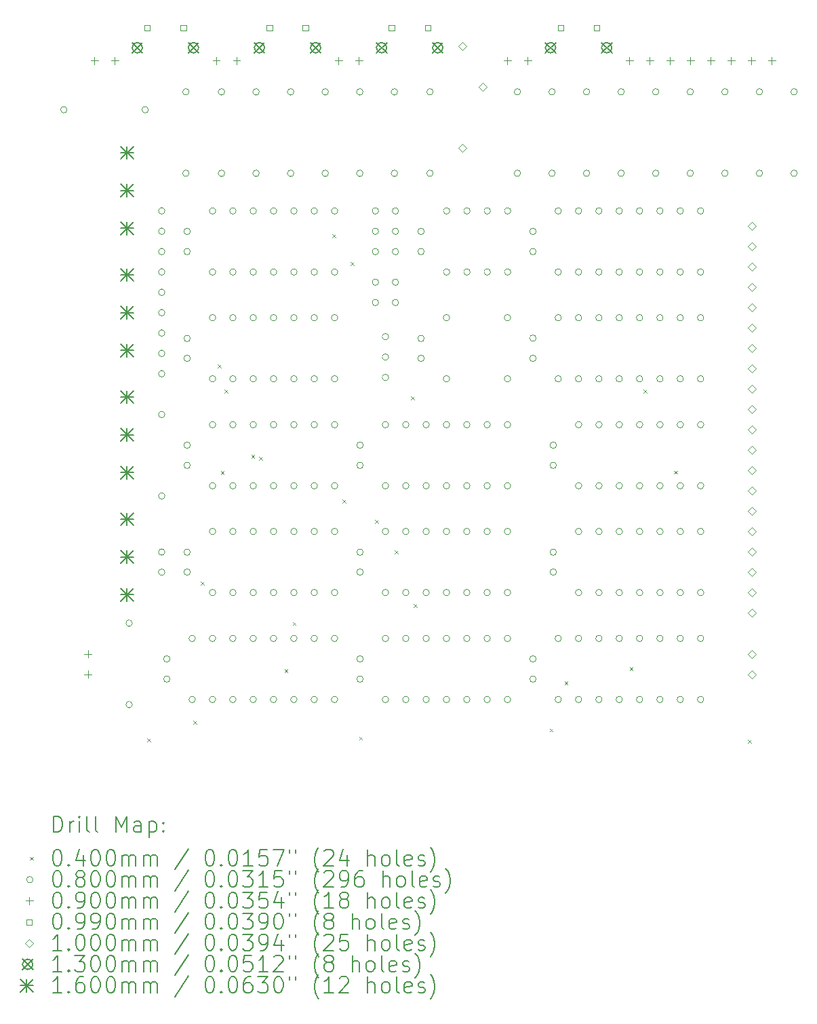
<source format=gbr>
%TF.GenerationSoftware,KiCad,Pcbnew,(6.0.7)*%
%TF.CreationDate,2022-10-23T20:31:54-04:00*%
%TF.ProjectId,Part 3 - Mapping things out,50617274-2033-4202-9d20-4d617070696e,1.1*%
%TF.SameCoordinates,Original*%
%TF.FileFunction,Drillmap*%
%TF.FilePolarity,Positive*%
%FSLAX45Y45*%
G04 Gerber Fmt 4.5, Leading zero omitted, Abs format (unit mm)*
G04 Created by KiCad (PCBNEW (6.0.7)) date 2022-10-23 20:31:54*
%MOMM*%
%LPD*%
G01*
G04 APERTURE LIST*
%ADD10C,0.200000*%
%ADD11C,0.040000*%
%ADD12C,0.080000*%
%ADD13C,0.090000*%
%ADD14C,0.099000*%
%ADD15C,0.100000*%
%ADD16C,0.130000*%
%ADD17C,0.160000*%
G04 APERTURE END LIST*
D10*
D11*
X10363000Y-13757910D02*
X10403000Y-13797910D01*
X10403000Y-13757910D02*
X10363000Y-13797910D01*
X10933830Y-13535300D02*
X10973830Y-13575300D01*
X10973830Y-13535300D02*
X10933830Y-13575300D01*
X11027450Y-11799530D02*
X11067450Y-11839530D01*
X11067450Y-11799530D02*
X11027450Y-11839530D01*
X11238690Y-9093750D02*
X11278690Y-9133750D01*
X11278690Y-9093750D02*
X11238690Y-9133750D01*
X11279490Y-10418650D02*
X11319490Y-10458650D01*
X11319490Y-10418650D02*
X11279490Y-10458650D01*
X11327480Y-9407490D02*
X11367480Y-9447490D01*
X11367480Y-9407490D02*
X11327480Y-9447490D01*
X11659370Y-10219410D02*
X11699370Y-10259410D01*
X11699370Y-10219410D02*
X11659370Y-10259410D01*
X11759410Y-10242290D02*
X11799410Y-10282290D01*
X11799410Y-10242290D02*
X11759410Y-10282290D01*
X12074560Y-12890560D02*
X12114560Y-12930560D01*
X12114560Y-12890560D02*
X12074560Y-12930560D01*
X12176660Y-12304070D02*
X12216660Y-12344070D01*
X12216660Y-12304070D02*
X12176660Y-12344070D01*
X12669700Y-7466560D02*
X12709700Y-7506560D01*
X12709700Y-7466560D02*
X12669700Y-7506560D01*
X12801730Y-10774400D02*
X12841730Y-10814400D01*
X12841730Y-10774400D02*
X12801730Y-10814400D01*
X12902420Y-7812540D02*
X12942420Y-7852540D01*
X12942420Y-7812540D02*
X12902420Y-7852540D01*
X13007350Y-13734990D02*
X13047350Y-13774990D01*
X13047350Y-13734990D02*
X13007350Y-13774990D01*
X13204400Y-11032680D02*
X13244400Y-11072680D01*
X13244400Y-11032680D02*
X13204400Y-11072680D01*
X13450040Y-11408830D02*
X13490040Y-11448830D01*
X13490040Y-11408830D02*
X13450040Y-11448830D01*
X13650990Y-9491940D02*
X13690990Y-9531940D01*
X13690990Y-9491940D02*
X13650990Y-9531940D01*
X13687447Y-12077270D02*
X13727447Y-12117270D01*
X13727447Y-12077270D02*
X13687447Y-12117270D01*
X15385550Y-13634960D02*
X15425550Y-13674960D01*
X15425550Y-13634960D02*
X15385550Y-13674960D01*
X15571668Y-13043503D02*
X15611668Y-13083503D01*
X15611668Y-13043503D02*
X15571668Y-13083503D01*
X16383760Y-12870500D02*
X16423760Y-12910500D01*
X16423760Y-12870500D02*
X16383760Y-12910500D01*
X16556450Y-9405250D02*
X16596450Y-9445250D01*
X16596450Y-9405250D02*
X16556450Y-9445250D01*
X16940470Y-10415770D02*
X16980470Y-10455770D01*
X16980470Y-10415770D02*
X16940470Y-10455770D01*
X17862660Y-13776470D02*
X17902660Y-13816470D01*
X17902660Y-13776470D02*
X17862660Y-13816470D01*
D12*
X9359260Y-5913120D02*
G75*
G03*
X9359260Y-5913120I-40000J0D01*
G01*
X10174600Y-12319000D02*
G75*
G03*
X10174600Y-12319000I-40000J0D01*
G01*
X10174600Y-13335000D02*
G75*
G03*
X10174600Y-13335000I-40000J0D01*
G01*
X10375260Y-5913120D02*
G75*
G03*
X10375260Y-5913120I-40000J0D01*
G01*
X10581000Y-7174000D02*
G75*
G03*
X10581000Y-7174000I-40000J0D01*
G01*
X10581000Y-7428000D02*
G75*
G03*
X10581000Y-7428000I-40000J0D01*
G01*
X10581000Y-7682000D02*
G75*
G03*
X10581000Y-7682000I-40000J0D01*
G01*
X10581000Y-7936000D02*
G75*
G03*
X10581000Y-7936000I-40000J0D01*
G01*
X10581000Y-8190000D02*
G75*
G03*
X10581000Y-8190000I-40000J0D01*
G01*
X10581000Y-8444000D02*
G75*
G03*
X10581000Y-8444000I-40000J0D01*
G01*
X10581000Y-8698000D02*
G75*
G03*
X10581000Y-8698000I-40000J0D01*
G01*
X10581000Y-8952000D02*
G75*
G03*
X10581000Y-8952000I-40000J0D01*
G01*
X10581000Y-9206000D02*
G75*
G03*
X10581000Y-9206000I-40000J0D01*
G01*
X10581000Y-9715500D02*
G75*
G03*
X10581000Y-9715500I-40000J0D01*
G01*
X10581000Y-10731500D02*
G75*
G03*
X10581000Y-10731500I-40000J0D01*
G01*
X10581000Y-11432000D02*
G75*
G03*
X10581000Y-11432000I-40000J0D01*
G01*
X10581000Y-11682000D02*
G75*
G03*
X10581000Y-11682000I-40000J0D01*
G01*
X10644500Y-12765500D02*
G75*
G03*
X10644500Y-12765500I-40000J0D01*
G01*
X10644500Y-13015500D02*
G75*
G03*
X10644500Y-13015500I-40000J0D01*
G01*
X10883260Y-5689600D02*
G75*
G03*
X10883260Y-5689600I-40000J0D01*
G01*
X10883260Y-6705600D02*
G75*
G03*
X10883260Y-6705600I-40000J0D01*
G01*
X10898500Y-7431500D02*
G75*
G03*
X10898500Y-7431500I-40000J0D01*
G01*
X10898500Y-7681500D02*
G75*
G03*
X10898500Y-7681500I-40000J0D01*
G01*
X10898500Y-8765000D02*
G75*
G03*
X10898500Y-8765000I-40000J0D01*
G01*
X10898500Y-9015000D02*
G75*
G03*
X10898500Y-9015000I-40000J0D01*
G01*
X10898500Y-10098500D02*
G75*
G03*
X10898500Y-10098500I-40000J0D01*
G01*
X10898500Y-10348500D02*
G75*
G03*
X10898500Y-10348500I-40000J0D01*
G01*
X10898500Y-11432000D02*
G75*
G03*
X10898500Y-11432000I-40000J0D01*
G01*
X10898500Y-11682000D02*
G75*
G03*
X10898500Y-11682000I-40000J0D01*
G01*
X10961500Y-12508500D02*
G75*
G03*
X10961500Y-12508500I-40000J0D01*
G01*
X10961500Y-13270500D02*
G75*
G03*
X10961500Y-13270500I-40000J0D01*
G01*
X11215500Y-12508500D02*
G75*
G03*
X11215500Y-12508500I-40000J0D01*
G01*
X11215500Y-13270500D02*
G75*
G03*
X11215500Y-13270500I-40000J0D01*
G01*
X11216000Y-7174500D02*
G75*
G03*
X11216000Y-7174500I-40000J0D01*
G01*
X11216000Y-7936500D02*
G75*
G03*
X11216000Y-7936500I-40000J0D01*
G01*
X11216000Y-8508000D02*
G75*
G03*
X11216000Y-8508000I-40000J0D01*
G01*
X11216000Y-9270000D02*
G75*
G03*
X11216000Y-9270000I-40000J0D01*
G01*
X11216000Y-9841500D02*
G75*
G03*
X11216000Y-9841500I-40000J0D01*
G01*
X11216000Y-10603500D02*
G75*
G03*
X11216000Y-10603500I-40000J0D01*
G01*
X11216000Y-11175000D02*
G75*
G03*
X11216000Y-11175000I-40000J0D01*
G01*
X11216000Y-11937000D02*
G75*
G03*
X11216000Y-11937000I-40000J0D01*
G01*
X11327760Y-5689600D02*
G75*
G03*
X11327760Y-5689600I-40000J0D01*
G01*
X11327760Y-6705600D02*
G75*
G03*
X11327760Y-6705600I-40000J0D01*
G01*
X11469500Y-12508500D02*
G75*
G03*
X11469500Y-12508500I-40000J0D01*
G01*
X11469500Y-13270500D02*
G75*
G03*
X11469500Y-13270500I-40000J0D01*
G01*
X11470000Y-7174500D02*
G75*
G03*
X11470000Y-7174500I-40000J0D01*
G01*
X11470000Y-7936500D02*
G75*
G03*
X11470000Y-7936500I-40000J0D01*
G01*
X11470000Y-8508000D02*
G75*
G03*
X11470000Y-8508000I-40000J0D01*
G01*
X11470000Y-9270000D02*
G75*
G03*
X11470000Y-9270000I-40000J0D01*
G01*
X11470000Y-9841500D02*
G75*
G03*
X11470000Y-9841500I-40000J0D01*
G01*
X11470000Y-10603500D02*
G75*
G03*
X11470000Y-10603500I-40000J0D01*
G01*
X11470000Y-11175000D02*
G75*
G03*
X11470000Y-11175000I-40000J0D01*
G01*
X11470000Y-11937000D02*
G75*
G03*
X11470000Y-11937000I-40000J0D01*
G01*
X11723500Y-12508500D02*
G75*
G03*
X11723500Y-12508500I-40000J0D01*
G01*
X11723500Y-13270500D02*
G75*
G03*
X11723500Y-13270500I-40000J0D01*
G01*
X11724000Y-7174500D02*
G75*
G03*
X11724000Y-7174500I-40000J0D01*
G01*
X11724000Y-7936500D02*
G75*
G03*
X11724000Y-7936500I-40000J0D01*
G01*
X11724000Y-8508000D02*
G75*
G03*
X11724000Y-8508000I-40000J0D01*
G01*
X11724000Y-9270000D02*
G75*
G03*
X11724000Y-9270000I-40000J0D01*
G01*
X11724000Y-9841500D02*
G75*
G03*
X11724000Y-9841500I-40000J0D01*
G01*
X11724000Y-10603500D02*
G75*
G03*
X11724000Y-10603500I-40000J0D01*
G01*
X11724000Y-11175000D02*
G75*
G03*
X11724000Y-11175000I-40000J0D01*
G01*
X11724000Y-11937000D02*
G75*
G03*
X11724000Y-11937000I-40000J0D01*
G01*
X11759560Y-5689600D02*
G75*
G03*
X11759560Y-5689600I-40000J0D01*
G01*
X11759560Y-6705600D02*
G75*
G03*
X11759560Y-6705600I-40000J0D01*
G01*
X11977500Y-12508500D02*
G75*
G03*
X11977500Y-12508500I-40000J0D01*
G01*
X11977500Y-13270500D02*
G75*
G03*
X11977500Y-13270500I-40000J0D01*
G01*
X11978000Y-7174500D02*
G75*
G03*
X11978000Y-7174500I-40000J0D01*
G01*
X11978000Y-7936500D02*
G75*
G03*
X11978000Y-7936500I-40000J0D01*
G01*
X11978000Y-8508000D02*
G75*
G03*
X11978000Y-8508000I-40000J0D01*
G01*
X11978000Y-9270000D02*
G75*
G03*
X11978000Y-9270000I-40000J0D01*
G01*
X11978000Y-9841500D02*
G75*
G03*
X11978000Y-9841500I-40000J0D01*
G01*
X11978000Y-10603500D02*
G75*
G03*
X11978000Y-10603500I-40000J0D01*
G01*
X11978000Y-11175000D02*
G75*
G03*
X11978000Y-11175000I-40000J0D01*
G01*
X11978000Y-11937000D02*
G75*
G03*
X11978000Y-11937000I-40000J0D01*
G01*
X12191360Y-5689600D02*
G75*
G03*
X12191360Y-5689600I-40000J0D01*
G01*
X12191360Y-6705600D02*
G75*
G03*
X12191360Y-6705600I-40000J0D01*
G01*
X12231500Y-12508500D02*
G75*
G03*
X12231500Y-12508500I-40000J0D01*
G01*
X12231500Y-13270500D02*
G75*
G03*
X12231500Y-13270500I-40000J0D01*
G01*
X12232000Y-7174500D02*
G75*
G03*
X12232000Y-7174500I-40000J0D01*
G01*
X12232000Y-7936500D02*
G75*
G03*
X12232000Y-7936500I-40000J0D01*
G01*
X12232000Y-8508000D02*
G75*
G03*
X12232000Y-8508000I-40000J0D01*
G01*
X12232000Y-9270000D02*
G75*
G03*
X12232000Y-9270000I-40000J0D01*
G01*
X12232000Y-9841500D02*
G75*
G03*
X12232000Y-9841500I-40000J0D01*
G01*
X12232000Y-10603500D02*
G75*
G03*
X12232000Y-10603500I-40000J0D01*
G01*
X12232000Y-11175000D02*
G75*
G03*
X12232000Y-11175000I-40000J0D01*
G01*
X12232000Y-11937000D02*
G75*
G03*
X12232000Y-11937000I-40000J0D01*
G01*
X12485500Y-12508500D02*
G75*
G03*
X12485500Y-12508500I-40000J0D01*
G01*
X12485500Y-13270500D02*
G75*
G03*
X12485500Y-13270500I-40000J0D01*
G01*
X12486000Y-7174500D02*
G75*
G03*
X12486000Y-7174500I-40000J0D01*
G01*
X12486000Y-7936500D02*
G75*
G03*
X12486000Y-7936500I-40000J0D01*
G01*
X12486000Y-8508000D02*
G75*
G03*
X12486000Y-8508000I-40000J0D01*
G01*
X12486000Y-9270000D02*
G75*
G03*
X12486000Y-9270000I-40000J0D01*
G01*
X12486000Y-9841500D02*
G75*
G03*
X12486000Y-9841500I-40000J0D01*
G01*
X12486000Y-10603500D02*
G75*
G03*
X12486000Y-10603500I-40000J0D01*
G01*
X12486000Y-11175000D02*
G75*
G03*
X12486000Y-11175000I-40000J0D01*
G01*
X12486000Y-11937000D02*
G75*
G03*
X12486000Y-11937000I-40000J0D01*
G01*
X12623160Y-5689600D02*
G75*
G03*
X12623160Y-5689600I-40000J0D01*
G01*
X12623160Y-6705600D02*
G75*
G03*
X12623160Y-6705600I-40000J0D01*
G01*
X12739500Y-12508500D02*
G75*
G03*
X12739500Y-12508500I-40000J0D01*
G01*
X12739500Y-13270500D02*
G75*
G03*
X12739500Y-13270500I-40000J0D01*
G01*
X12740000Y-7174500D02*
G75*
G03*
X12740000Y-7174500I-40000J0D01*
G01*
X12740000Y-7936500D02*
G75*
G03*
X12740000Y-7936500I-40000J0D01*
G01*
X12740000Y-8508000D02*
G75*
G03*
X12740000Y-8508000I-40000J0D01*
G01*
X12740000Y-9270000D02*
G75*
G03*
X12740000Y-9270000I-40000J0D01*
G01*
X12740000Y-9841500D02*
G75*
G03*
X12740000Y-9841500I-40000J0D01*
G01*
X12740000Y-10603500D02*
G75*
G03*
X12740000Y-10603500I-40000J0D01*
G01*
X12740000Y-11175000D02*
G75*
G03*
X12740000Y-11175000I-40000J0D01*
G01*
X12740000Y-11937000D02*
G75*
G03*
X12740000Y-11937000I-40000J0D01*
G01*
X13054960Y-5689600D02*
G75*
G03*
X13054960Y-5689600I-40000J0D01*
G01*
X13054960Y-6705600D02*
G75*
G03*
X13054960Y-6705600I-40000J0D01*
G01*
X13057500Y-10098500D02*
G75*
G03*
X13057500Y-10098500I-40000J0D01*
G01*
X13057500Y-10348500D02*
G75*
G03*
X13057500Y-10348500I-40000J0D01*
G01*
X13057500Y-11432000D02*
G75*
G03*
X13057500Y-11432000I-40000J0D01*
G01*
X13057500Y-11682000D02*
G75*
G03*
X13057500Y-11682000I-40000J0D01*
G01*
X13057500Y-12765500D02*
G75*
G03*
X13057500Y-12765500I-40000J0D01*
G01*
X13057500Y-13015500D02*
G75*
G03*
X13057500Y-13015500I-40000J0D01*
G01*
X13250000Y-7175500D02*
G75*
G03*
X13250000Y-7175500I-40000J0D01*
G01*
X13250000Y-7429500D02*
G75*
G03*
X13250000Y-7429500I-40000J0D01*
G01*
X13250000Y-7683500D02*
G75*
G03*
X13250000Y-7683500I-40000J0D01*
G01*
X13250000Y-8064500D02*
G75*
G03*
X13250000Y-8064500I-40000J0D01*
G01*
X13250000Y-8318500D02*
G75*
G03*
X13250000Y-8318500I-40000J0D01*
G01*
X13375000Y-8744500D02*
G75*
G03*
X13375000Y-8744500I-40000J0D01*
G01*
X13375000Y-8998500D02*
G75*
G03*
X13375000Y-8998500I-40000J0D01*
G01*
X13375000Y-9252500D02*
G75*
G03*
X13375000Y-9252500I-40000J0D01*
G01*
X13375000Y-9841500D02*
G75*
G03*
X13375000Y-9841500I-40000J0D01*
G01*
X13375000Y-10603500D02*
G75*
G03*
X13375000Y-10603500I-40000J0D01*
G01*
X13375000Y-11175000D02*
G75*
G03*
X13375000Y-11175000I-40000J0D01*
G01*
X13375000Y-11937000D02*
G75*
G03*
X13375000Y-11937000I-40000J0D01*
G01*
X13375000Y-12508500D02*
G75*
G03*
X13375000Y-12508500I-40000J0D01*
G01*
X13375000Y-13270500D02*
G75*
G03*
X13375000Y-13270500I-40000J0D01*
G01*
X13486760Y-5689600D02*
G75*
G03*
X13486760Y-5689600I-40000J0D01*
G01*
X13486760Y-6705600D02*
G75*
G03*
X13486760Y-6705600I-40000J0D01*
G01*
X13500000Y-7175500D02*
G75*
G03*
X13500000Y-7175500I-40000J0D01*
G01*
X13500000Y-7429500D02*
G75*
G03*
X13500000Y-7429500I-40000J0D01*
G01*
X13500000Y-7683500D02*
G75*
G03*
X13500000Y-7683500I-40000J0D01*
G01*
X13500000Y-8064500D02*
G75*
G03*
X13500000Y-8064500I-40000J0D01*
G01*
X13500000Y-8318500D02*
G75*
G03*
X13500000Y-8318500I-40000J0D01*
G01*
X13629000Y-9841500D02*
G75*
G03*
X13629000Y-9841500I-40000J0D01*
G01*
X13629000Y-10603500D02*
G75*
G03*
X13629000Y-10603500I-40000J0D01*
G01*
X13629000Y-11175000D02*
G75*
G03*
X13629000Y-11175000I-40000J0D01*
G01*
X13629000Y-11937000D02*
G75*
G03*
X13629000Y-11937000I-40000J0D01*
G01*
X13629000Y-12508500D02*
G75*
G03*
X13629000Y-12508500I-40000J0D01*
G01*
X13629000Y-13270500D02*
G75*
G03*
X13629000Y-13270500I-40000J0D01*
G01*
X13819500Y-7431500D02*
G75*
G03*
X13819500Y-7431500I-40000J0D01*
G01*
X13819500Y-7681500D02*
G75*
G03*
X13819500Y-7681500I-40000J0D01*
G01*
X13819500Y-8765000D02*
G75*
G03*
X13819500Y-8765000I-40000J0D01*
G01*
X13819500Y-9015000D02*
G75*
G03*
X13819500Y-9015000I-40000J0D01*
G01*
X13883000Y-9841500D02*
G75*
G03*
X13883000Y-9841500I-40000J0D01*
G01*
X13883000Y-10603500D02*
G75*
G03*
X13883000Y-10603500I-40000J0D01*
G01*
X13883000Y-11175000D02*
G75*
G03*
X13883000Y-11175000I-40000J0D01*
G01*
X13883000Y-11937000D02*
G75*
G03*
X13883000Y-11937000I-40000J0D01*
G01*
X13883000Y-12508500D02*
G75*
G03*
X13883000Y-12508500I-40000J0D01*
G01*
X13883000Y-13270500D02*
G75*
G03*
X13883000Y-13270500I-40000J0D01*
G01*
X13931260Y-5689600D02*
G75*
G03*
X13931260Y-5689600I-40000J0D01*
G01*
X13931260Y-6705600D02*
G75*
G03*
X13931260Y-6705600I-40000J0D01*
G01*
X14137000Y-9841500D02*
G75*
G03*
X14137000Y-9841500I-40000J0D01*
G01*
X14137000Y-10603500D02*
G75*
G03*
X14137000Y-10603500I-40000J0D01*
G01*
X14137000Y-11175000D02*
G75*
G03*
X14137000Y-11175000I-40000J0D01*
G01*
X14137000Y-11937000D02*
G75*
G03*
X14137000Y-11937000I-40000J0D01*
G01*
X14137000Y-12508500D02*
G75*
G03*
X14137000Y-12508500I-40000J0D01*
G01*
X14137000Y-13270500D02*
G75*
G03*
X14137000Y-13270500I-40000J0D01*
G01*
X14138000Y-8508000D02*
G75*
G03*
X14138000Y-8508000I-40000J0D01*
G01*
X14138000Y-9270000D02*
G75*
G03*
X14138000Y-9270000I-40000J0D01*
G01*
X14138500Y-7174500D02*
G75*
G03*
X14138500Y-7174500I-40000J0D01*
G01*
X14138500Y-7936500D02*
G75*
G03*
X14138500Y-7936500I-40000J0D01*
G01*
X14391000Y-9841500D02*
G75*
G03*
X14391000Y-9841500I-40000J0D01*
G01*
X14391000Y-10603500D02*
G75*
G03*
X14391000Y-10603500I-40000J0D01*
G01*
X14391000Y-11175000D02*
G75*
G03*
X14391000Y-11175000I-40000J0D01*
G01*
X14391000Y-11937000D02*
G75*
G03*
X14391000Y-11937000I-40000J0D01*
G01*
X14391000Y-12508500D02*
G75*
G03*
X14391000Y-12508500I-40000J0D01*
G01*
X14391000Y-13270500D02*
G75*
G03*
X14391000Y-13270500I-40000J0D01*
G01*
X14392500Y-7174500D02*
G75*
G03*
X14392500Y-7174500I-40000J0D01*
G01*
X14392500Y-7936500D02*
G75*
G03*
X14392500Y-7936500I-40000J0D01*
G01*
X14645000Y-9841500D02*
G75*
G03*
X14645000Y-9841500I-40000J0D01*
G01*
X14645000Y-10603500D02*
G75*
G03*
X14645000Y-10603500I-40000J0D01*
G01*
X14645000Y-11175000D02*
G75*
G03*
X14645000Y-11175000I-40000J0D01*
G01*
X14645000Y-11937000D02*
G75*
G03*
X14645000Y-11937000I-40000J0D01*
G01*
X14645000Y-12508500D02*
G75*
G03*
X14645000Y-12508500I-40000J0D01*
G01*
X14645000Y-13270500D02*
G75*
G03*
X14645000Y-13270500I-40000J0D01*
G01*
X14646500Y-7174500D02*
G75*
G03*
X14646500Y-7174500I-40000J0D01*
G01*
X14646500Y-7936500D02*
G75*
G03*
X14646500Y-7936500I-40000J0D01*
G01*
X14899000Y-9841500D02*
G75*
G03*
X14899000Y-9841500I-40000J0D01*
G01*
X14899000Y-10603500D02*
G75*
G03*
X14899000Y-10603500I-40000J0D01*
G01*
X14899000Y-11175000D02*
G75*
G03*
X14899000Y-11175000I-40000J0D01*
G01*
X14899000Y-11937000D02*
G75*
G03*
X14899000Y-11937000I-40000J0D01*
G01*
X14899000Y-12508500D02*
G75*
G03*
X14899000Y-12508500I-40000J0D01*
G01*
X14899000Y-13270500D02*
G75*
G03*
X14899000Y-13270500I-40000J0D01*
G01*
X14900000Y-8508000D02*
G75*
G03*
X14900000Y-8508000I-40000J0D01*
G01*
X14900000Y-9270000D02*
G75*
G03*
X14900000Y-9270000I-40000J0D01*
G01*
X14900500Y-7174500D02*
G75*
G03*
X14900500Y-7174500I-40000J0D01*
G01*
X14900500Y-7936500D02*
G75*
G03*
X14900500Y-7936500I-40000J0D01*
G01*
X15023460Y-5689600D02*
G75*
G03*
X15023460Y-5689600I-40000J0D01*
G01*
X15023460Y-6705600D02*
G75*
G03*
X15023460Y-6705600I-40000J0D01*
G01*
X15216500Y-7431500D02*
G75*
G03*
X15216500Y-7431500I-40000J0D01*
G01*
X15216500Y-7681500D02*
G75*
G03*
X15216500Y-7681500I-40000J0D01*
G01*
X15216500Y-8763000D02*
G75*
G03*
X15216500Y-8763000I-40000J0D01*
G01*
X15216500Y-9013000D02*
G75*
G03*
X15216500Y-9013000I-40000J0D01*
G01*
X15216500Y-12765500D02*
G75*
G03*
X15216500Y-12765500I-40000J0D01*
G01*
X15216500Y-13015500D02*
G75*
G03*
X15216500Y-13015500I-40000J0D01*
G01*
X15455260Y-5689600D02*
G75*
G03*
X15455260Y-5689600I-40000J0D01*
G01*
X15455260Y-6705600D02*
G75*
G03*
X15455260Y-6705600I-40000J0D01*
G01*
X15470500Y-10098500D02*
G75*
G03*
X15470500Y-10098500I-40000J0D01*
G01*
X15470500Y-10348500D02*
G75*
G03*
X15470500Y-10348500I-40000J0D01*
G01*
X15470500Y-11432000D02*
G75*
G03*
X15470500Y-11432000I-40000J0D01*
G01*
X15470500Y-11682000D02*
G75*
G03*
X15470500Y-11682000I-40000J0D01*
G01*
X15533000Y-7174500D02*
G75*
G03*
X15533000Y-7174500I-40000J0D01*
G01*
X15533000Y-7936500D02*
G75*
G03*
X15533000Y-7936500I-40000J0D01*
G01*
X15533000Y-8508000D02*
G75*
G03*
X15533000Y-8508000I-40000J0D01*
G01*
X15533000Y-9270000D02*
G75*
G03*
X15533000Y-9270000I-40000J0D01*
G01*
X15533000Y-12508500D02*
G75*
G03*
X15533000Y-12508500I-40000J0D01*
G01*
X15533000Y-13270500D02*
G75*
G03*
X15533000Y-13270500I-40000J0D01*
G01*
X15787000Y-7174500D02*
G75*
G03*
X15787000Y-7174500I-40000J0D01*
G01*
X15787000Y-7936500D02*
G75*
G03*
X15787000Y-7936500I-40000J0D01*
G01*
X15787000Y-8508000D02*
G75*
G03*
X15787000Y-8508000I-40000J0D01*
G01*
X15787000Y-9270000D02*
G75*
G03*
X15787000Y-9270000I-40000J0D01*
G01*
X15787000Y-12508500D02*
G75*
G03*
X15787000Y-12508500I-40000J0D01*
G01*
X15787000Y-13270500D02*
G75*
G03*
X15787000Y-13270500I-40000J0D01*
G01*
X15787500Y-9841500D02*
G75*
G03*
X15787500Y-9841500I-40000J0D01*
G01*
X15787500Y-10603500D02*
G75*
G03*
X15787500Y-10603500I-40000J0D01*
G01*
X15787500Y-11175000D02*
G75*
G03*
X15787500Y-11175000I-40000J0D01*
G01*
X15787500Y-11937000D02*
G75*
G03*
X15787500Y-11937000I-40000J0D01*
G01*
X15887060Y-5689600D02*
G75*
G03*
X15887060Y-5689600I-40000J0D01*
G01*
X15887060Y-6705600D02*
G75*
G03*
X15887060Y-6705600I-40000J0D01*
G01*
X16041000Y-7174500D02*
G75*
G03*
X16041000Y-7174500I-40000J0D01*
G01*
X16041000Y-7936500D02*
G75*
G03*
X16041000Y-7936500I-40000J0D01*
G01*
X16041000Y-8508000D02*
G75*
G03*
X16041000Y-8508000I-40000J0D01*
G01*
X16041000Y-9270000D02*
G75*
G03*
X16041000Y-9270000I-40000J0D01*
G01*
X16041000Y-12508500D02*
G75*
G03*
X16041000Y-12508500I-40000J0D01*
G01*
X16041000Y-13270500D02*
G75*
G03*
X16041000Y-13270500I-40000J0D01*
G01*
X16041500Y-9841500D02*
G75*
G03*
X16041500Y-9841500I-40000J0D01*
G01*
X16041500Y-10603500D02*
G75*
G03*
X16041500Y-10603500I-40000J0D01*
G01*
X16041500Y-11175000D02*
G75*
G03*
X16041500Y-11175000I-40000J0D01*
G01*
X16041500Y-11937000D02*
G75*
G03*
X16041500Y-11937000I-40000J0D01*
G01*
X16295000Y-7174500D02*
G75*
G03*
X16295000Y-7174500I-40000J0D01*
G01*
X16295000Y-7936500D02*
G75*
G03*
X16295000Y-7936500I-40000J0D01*
G01*
X16295000Y-8508000D02*
G75*
G03*
X16295000Y-8508000I-40000J0D01*
G01*
X16295000Y-9270000D02*
G75*
G03*
X16295000Y-9270000I-40000J0D01*
G01*
X16295000Y-12508500D02*
G75*
G03*
X16295000Y-12508500I-40000J0D01*
G01*
X16295000Y-13270500D02*
G75*
G03*
X16295000Y-13270500I-40000J0D01*
G01*
X16295500Y-9841500D02*
G75*
G03*
X16295500Y-9841500I-40000J0D01*
G01*
X16295500Y-10603500D02*
G75*
G03*
X16295500Y-10603500I-40000J0D01*
G01*
X16295500Y-11175000D02*
G75*
G03*
X16295500Y-11175000I-40000J0D01*
G01*
X16295500Y-11937000D02*
G75*
G03*
X16295500Y-11937000I-40000J0D01*
G01*
X16318860Y-5689600D02*
G75*
G03*
X16318860Y-5689600I-40000J0D01*
G01*
X16318860Y-6705600D02*
G75*
G03*
X16318860Y-6705600I-40000J0D01*
G01*
X16549000Y-7174500D02*
G75*
G03*
X16549000Y-7174500I-40000J0D01*
G01*
X16549000Y-7936500D02*
G75*
G03*
X16549000Y-7936500I-40000J0D01*
G01*
X16549000Y-8508000D02*
G75*
G03*
X16549000Y-8508000I-40000J0D01*
G01*
X16549000Y-9270000D02*
G75*
G03*
X16549000Y-9270000I-40000J0D01*
G01*
X16549000Y-12508500D02*
G75*
G03*
X16549000Y-12508500I-40000J0D01*
G01*
X16549000Y-13270500D02*
G75*
G03*
X16549000Y-13270500I-40000J0D01*
G01*
X16549500Y-9841500D02*
G75*
G03*
X16549500Y-9841500I-40000J0D01*
G01*
X16549500Y-10603500D02*
G75*
G03*
X16549500Y-10603500I-40000J0D01*
G01*
X16549500Y-11175000D02*
G75*
G03*
X16549500Y-11175000I-40000J0D01*
G01*
X16549500Y-11937000D02*
G75*
G03*
X16549500Y-11937000I-40000J0D01*
G01*
X16750660Y-5689600D02*
G75*
G03*
X16750660Y-5689600I-40000J0D01*
G01*
X16750660Y-6705600D02*
G75*
G03*
X16750660Y-6705600I-40000J0D01*
G01*
X16803000Y-7174500D02*
G75*
G03*
X16803000Y-7174500I-40000J0D01*
G01*
X16803000Y-7936500D02*
G75*
G03*
X16803000Y-7936500I-40000J0D01*
G01*
X16803000Y-8508000D02*
G75*
G03*
X16803000Y-8508000I-40000J0D01*
G01*
X16803000Y-9270000D02*
G75*
G03*
X16803000Y-9270000I-40000J0D01*
G01*
X16803000Y-12508500D02*
G75*
G03*
X16803000Y-12508500I-40000J0D01*
G01*
X16803000Y-13270500D02*
G75*
G03*
X16803000Y-13270500I-40000J0D01*
G01*
X16803500Y-9841500D02*
G75*
G03*
X16803500Y-9841500I-40000J0D01*
G01*
X16803500Y-10603500D02*
G75*
G03*
X16803500Y-10603500I-40000J0D01*
G01*
X16803500Y-11175000D02*
G75*
G03*
X16803500Y-11175000I-40000J0D01*
G01*
X16803500Y-11937000D02*
G75*
G03*
X16803500Y-11937000I-40000J0D01*
G01*
X17057000Y-7174500D02*
G75*
G03*
X17057000Y-7174500I-40000J0D01*
G01*
X17057000Y-7936500D02*
G75*
G03*
X17057000Y-7936500I-40000J0D01*
G01*
X17057000Y-8508000D02*
G75*
G03*
X17057000Y-8508000I-40000J0D01*
G01*
X17057000Y-9270000D02*
G75*
G03*
X17057000Y-9270000I-40000J0D01*
G01*
X17057000Y-12508500D02*
G75*
G03*
X17057000Y-12508500I-40000J0D01*
G01*
X17057000Y-13270500D02*
G75*
G03*
X17057000Y-13270500I-40000J0D01*
G01*
X17057500Y-9841500D02*
G75*
G03*
X17057500Y-9841500I-40000J0D01*
G01*
X17057500Y-10603500D02*
G75*
G03*
X17057500Y-10603500I-40000J0D01*
G01*
X17057500Y-11175000D02*
G75*
G03*
X17057500Y-11175000I-40000J0D01*
G01*
X17057500Y-11937000D02*
G75*
G03*
X17057500Y-11937000I-40000J0D01*
G01*
X17182460Y-5689600D02*
G75*
G03*
X17182460Y-5689600I-40000J0D01*
G01*
X17182460Y-6705600D02*
G75*
G03*
X17182460Y-6705600I-40000J0D01*
G01*
X17311000Y-7174500D02*
G75*
G03*
X17311000Y-7174500I-40000J0D01*
G01*
X17311000Y-7936500D02*
G75*
G03*
X17311000Y-7936500I-40000J0D01*
G01*
X17311000Y-8508000D02*
G75*
G03*
X17311000Y-8508000I-40000J0D01*
G01*
X17311000Y-9270000D02*
G75*
G03*
X17311000Y-9270000I-40000J0D01*
G01*
X17311000Y-12508500D02*
G75*
G03*
X17311000Y-12508500I-40000J0D01*
G01*
X17311000Y-13270500D02*
G75*
G03*
X17311000Y-13270500I-40000J0D01*
G01*
X17311500Y-9841500D02*
G75*
G03*
X17311500Y-9841500I-40000J0D01*
G01*
X17311500Y-10603500D02*
G75*
G03*
X17311500Y-10603500I-40000J0D01*
G01*
X17311500Y-11175000D02*
G75*
G03*
X17311500Y-11175000I-40000J0D01*
G01*
X17311500Y-11937000D02*
G75*
G03*
X17311500Y-11937000I-40000J0D01*
G01*
X17614260Y-5689600D02*
G75*
G03*
X17614260Y-5689600I-40000J0D01*
G01*
X17614260Y-6705600D02*
G75*
G03*
X17614260Y-6705600I-40000J0D01*
G01*
X18046060Y-5689600D02*
G75*
G03*
X18046060Y-5689600I-40000J0D01*
G01*
X18046060Y-6705600D02*
G75*
G03*
X18046060Y-6705600I-40000J0D01*
G01*
X18477860Y-5689600D02*
G75*
G03*
X18477860Y-5689600I-40000J0D01*
G01*
X18477860Y-6705600D02*
G75*
G03*
X18477860Y-6705600I-40000J0D01*
G01*
D13*
X9619540Y-12657000D02*
X9619540Y-12747000D01*
X9574540Y-12702000D02*
X9664540Y-12702000D01*
X9619540Y-12911000D02*
X9619540Y-13001000D01*
X9574540Y-12956000D02*
X9664540Y-12956000D01*
X9700800Y-5254000D02*
X9700800Y-5344000D01*
X9655800Y-5299000D02*
X9745800Y-5299000D01*
X9954800Y-5254000D02*
X9954800Y-5344000D01*
X9909800Y-5299000D02*
X9999800Y-5299000D01*
X11223700Y-5254130D02*
X11223700Y-5344130D01*
X11178700Y-5299130D02*
X11268700Y-5299130D01*
X11477700Y-5254130D02*
X11477700Y-5344130D01*
X11432700Y-5299130D02*
X11522700Y-5299130D01*
X12748800Y-5254130D02*
X12748800Y-5344130D01*
X12703800Y-5299130D02*
X12793800Y-5299130D01*
X13002800Y-5254130D02*
X13002800Y-5344130D01*
X12957800Y-5299130D02*
X13047800Y-5299130D01*
X14859000Y-5254000D02*
X14859000Y-5344000D01*
X14814000Y-5299000D02*
X14904000Y-5299000D01*
X15113000Y-5254000D02*
X15113000Y-5344000D01*
X15068000Y-5299000D02*
X15158000Y-5299000D01*
X16383000Y-5254000D02*
X16383000Y-5344000D01*
X16338000Y-5299000D02*
X16428000Y-5299000D01*
X16637000Y-5254000D02*
X16637000Y-5344000D01*
X16592000Y-5299000D02*
X16682000Y-5299000D01*
X16891000Y-5254000D02*
X16891000Y-5344000D01*
X16846000Y-5299000D02*
X16936000Y-5299000D01*
X17145000Y-5254000D02*
X17145000Y-5344000D01*
X17100000Y-5299000D02*
X17190000Y-5299000D01*
X17399000Y-5254000D02*
X17399000Y-5344000D01*
X17354000Y-5299000D02*
X17444000Y-5299000D01*
X17653000Y-5254000D02*
X17653000Y-5344000D01*
X17608000Y-5299000D02*
X17698000Y-5299000D01*
X17907000Y-5254000D02*
X17907000Y-5344000D01*
X17862000Y-5299000D02*
X17952000Y-5299000D01*
X18161000Y-5254000D02*
X18161000Y-5344000D01*
X18116000Y-5299000D02*
X18206000Y-5299000D01*
D14*
X10396762Y-4924632D02*
X10396762Y-4854628D01*
X10326758Y-4854628D01*
X10326758Y-4924632D01*
X10396762Y-4924632D01*
X10846762Y-4924632D02*
X10846762Y-4854628D01*
X10776758Y-4854628D01*
X10776758Y-4924632D01*
X10846762Y-4924632D01*
X11922202Y-4924632D02*
X11922202Y-4854628D01*
X11852198Y-4854628D01*
X11852198Y-4924632D01*
X11922202Y-4924632D01*
X12372202Y-4924632D02*
X12372202Y-4854628D01*
X12302198Y-4854628D01*
X12302198Y-4924632D01*
X12372202Y-4924632D01*
X13447302Y-4924632D02*
X13447302Y-4854628D01*
X13377298Y-4854628D01*
X13377298Y-4924632D01*
X13447302Y-4924632D01*
X13897302Y-4924632D02*
X13897302Y-4854628D01*
X13827298Y-4854628D01*
X13827298Y-4924632D01*
X13897302Y-4924632D01*
X15557502Y-4924632D02*
X15557502Y-4854628D01*
X15487498Y-4854628D01*
X15487498Y-4924632D01*
X15557502Y-4924632D01*
X16007502Y-4924632D02*
X16007502Y-4854628D01*
X15937498Y-4854628D01*
X15937498Y-4924632D01*
X16007502Y-4924632D01*
D15*
X14299700Y-5169240D02*
X14349700Y-5119240D01*
X14299700Y-5069240D01*
X14249700Y-5119240D01*
X14299700Y-5169240D01*
X14299700Y-6439240D02*
X14349700Y-6389240D01*
X14299700Y-6339240D01*
X14249700Y-6389240D01*
X14299700Y-6439240D01*
X14553700Y-5677240D02*
X14603700Y-5627240D01*
X14553700Y-5577240D01*
X14503700Y-5627240D01*
X14553700Y-5677240D01*
X17911500Y-12753000D02*
X17961500Y-12703000D01*
X17911500Y-12653000D01*
X17861500Y-12703000D01*
X17911500Y-12753000D01*
X17911500Y-13007000D02*
X17961500Y-12957000D01*
X17911500Y-12907000D01*
X17861500Y-12957000D01*
X17911500Y-13007000D01*
X17912080Y-7416000D02*
X17962080Y-7366000D01*
X17912080Y-7316000D01*
X17862080Y-7366000D01*
X17912080Y-7416000D01*
X17912080Y-7670000D02*
X17962080Y-7620000D01*
X17912080Y-7570000D01*
X17862080Y-7620000D01*
X17912080Y-7670000D01*
X17912080Y-7924000D02*
X17962080Y-7874000D01*
X17912080Y-7824000D01*
X17862080Y-7874000D01*
X17912080Y-7924000D01*
X17912080Y-8178000D02*
X17962080Y-8128000D01*
X17912080Y-8078000D01*
X17862080Y-8128000D01*
X17912080Y-8178000D01*
X17912080Y-8432000D02*
X17962080Y-8382000D01*
X17912080Y-8332000D01*
X17862080Y-8382000D01*
X17912080Y-8432000D01*
X17912080Y-8686000D02*
X17962080Y-8636000D01*
X17912080Y-8586000D01*
X17862080Y-8636000D01*
X17912080Y-8686000D01*
X17912080Y-8940000D02*
X17962080Y-8890000D01*
X17912080Y-8840000D01*
X17862080Y-8890000D01*
X17912080Y-8940000D01*
X17912080Y-9194000D02*
X17962080Y-9144000D01*
X17912080Y-9094000D01*
X17862080Y-9144000D01*
X17912080Y-9194000D01*
X17912080Y-9448000D02*
X17962080Y-9398000D01*
X17912080Y-9348000D01*
X17862080Y-9398000D01*
X17912080Y-9448000D01*
X17912080Y-9702000D02*
X17962080Y-9652000D01*
X17912080Y-9602000D01*
X17862080Y-9652000D01*
X17912080Y-9702000D01*
X17912080Y-9956000D02*
X17962080Y-9906000D01*
X17912080Y-9856000D01*
X17862080Y-9906000D01*
X17912080Y-9956000D01*
X17912080Y-10210000D02*
X17962080Y-10160000D01*
X17912080Y-10110000D01*
X17862080Y-10160000D01*
X17912080Y-10210000D01*
X17912080Y-10464000D02*
X17962080Y-10414000D01*
X17912080Y-10364000D01*
X17862080Y-10414000D01*
X17912080Y-10464000D01*
X17912080Y-10718000D02*
X17962080Y-10668000D01*
X17912080Y-10618000D01*
X17862080Y-10668000D01*
X17912080Y-10718000D01*
X17912080Y-10972000D02*
X17962080Y-10922000D01*
X17912080Y-10872000D01*
X17862080Y-10922000D01*
X17912080Y-10972000D01*
X17912080Y-11226000D02*
X17962080Y-11176000D01*
X17912080Y-11126000D01*
X17862080Y-11176000D01*
X17912080Y-11226000D01*
X17912080Y-11480000D02*
X17962080Y-11430000D01*
X17912080Y-11380000D01*
X17862080Y-11430000D01*
X17912080Y-11480000D01*
X17912080Y-11734000D02*
X17962080Y-11684000D01*
X17912080Y-11634000D01*
X17862080Y-11684000D01*
X17912080Y-11734000D01*
X17912080Y-11988000D02*
X17962080Y-11938000D01*
X17912080Y-11888000D01*
X17862080Y-11938000D01*
X17912080Y-11988000D01*
X17912080Y-12242000D02*
X17962080Y-12192000D01*
X17912080Y-12142000D01*
X17862080Y-12192000D01*
X17912080Y-12242000D01*
D16*
X10171760Y-5073630D02*
X10301760Y-5203630D01*
X10301760Y-5073630D02*
X10171760Y-5203630D01*
X10301760Y-5138630D02*
G75*
G03*
X10301760Y-5138630I-65000J0D01*
G01*
X10872760Y-5073630D02*
X11002760Y-5203630D01*
X11002760Y-5073630D02*
X10872760Y-5203630D01*
X11002760Y-5138630D02*
G75*
G03*
X11002760Y-5138630I-65000J0D01*
G01*
X11697200Y-5073630D02*
X11827200Y-5203630D01*
X11827200Y-5073630D02*
X11697200Y-5203630D01*
X11827200Y-5138630D02*
G75*
G03*
X11827200Y-5138630I-65000J0D01*
G01*
X12398200Y-5073630D02*
X12528200Y-5203630D01*
X12528200Y-5073630D02*
X12398200Y-5203630D01*
X12528200Y-5138630D02*
G75*
G03*
X12528200Y-5138630I-65000J0D01*
G01*
X13222300Y-5073630D02*
X13352300Y-5203630D01*
X13352300Y-5073630D02*
X13222300Y-5203630D01*
X13352300Y-5138630D02*
G75*
G03*
X13352300Y-5138630I-65000J0D01*
G01*
X13923300Y-5073630D02*
X14053300Y-5203630D01*
X14053300Y-5073630D02*
X13923300Y-5203630D01*
X14053300Y-5138630D02*
G75*
G03*
X14053300Y-5138630I-65000J0D01*
G01*
X15332500Y-5073630D02*
X15462500Y-5203630D01*
X15462500Y-5073630D02*
X15332500Y-5203630D01*
X15462500Y-5138630D02*
G75*
G03*
X15462500Y-5138630I-65000J0D01*
G01*
X16033500Y-5073630D02*
X16163500Y-5203630D01*
X16163500Y-5073630D02*
X16033500Y-5203630D01*
X16163500Y-5138630D02*
G75*
G03*
X16163500Y-5138630I-65000J0D01*
G01*
D17*
X10026860Y-6368960D02*
X10186860Y-6528960D01*
X10186860Y-6368960D02*
X10026860Y-6528960D01*
X10106860Y-6368960D02*
X10106860Y-6528960D01*
X10026860Y-6448960D02*
X10186860Y-6448960D01*
X10026860Y-6838960D02*
X10186860Y-6998960D01*
X10186860Y-6838960D02*
X10026860Y-6998960D01*
X10106860Y-6838960D02*
X10106860Y-6998960D01*
X10026860Y-6918960D02*
X10186860Y-6918960D01*
X10026860Y-7308960D02*
X10186860Y-7468960D01*
X10186860Y-7308960D02*
X10026860Y-7468960D01*
X10106860Y-7308960D02*
X10106860Y-7468960D01*
X10026860Y-7388960D02*
X10186860Y-7388960D01*
X10026860Y-7892960D02*
X10186860Y-8052960D01*
X10186860Y-7892960D02*
X10026860Y-8052960D01*
X10106860Y-7892960D02*
X10106860Y-8052960D01*
X10026860Y-7972960D02*
X10186860Y-7972960D01*
X10026860Y-8362960D02*
X10186860Y-8522960D01*
X10186860Y-8362960D02*
X10026860Y-8522960D01*
X10106860Y-8362960D02*
X10106860Y-8522960D01*
X10026860Y-8442960D02*
X10186860Y-8442960D01*
X10026860Y-8832960D02*
X10186860Y-8992960D01*
X10186860Y-8832960D02*
X10026860Y-8992960D01*
X10106860Y-8832960D02*
X10106860Y-8992960D01*
X10026860Y-8912960D02*
X10186860Y-8912960D01*
X10026860Y-9416960D02*
X10186860Y-9576960D01*
X10186860Y-9416960D02*
X10026860Y-9576960D01*
X10106860Y-9416960D02*
X10106860Y-9576960D01*
X10026860Y-9496960D02*
X10186860Y-9496960D01*
X10026860Y-9886960D02*
X10186860Y-10046960D01*
X10186860Y-9886960D02*
X10026860Y-10046960D01*
X10106860Y-9886960D02*
X10106860Y-10046960D01*
X10026860Y-9966960D02*
X10186860Y-9966960D01*
X10026860Y-10356960D02*
X10186860Y-10516960D01*
X10186860Y-10356960D02*
X10026860Y-10516960D01*
X10106860Y-10356960D02*
X10106860Y-10516960D01*
X10026860Y-10436960D02*
X10186860Y-10436960D01*
X10026860Y-10940960D02*
X10186860Y-11100960D01*
X10186860Y-10940960D02*
X10026860Y-11100960D01*
X10106860Y-10940960D02*
X10106860Y-11100960D01*
X10026860Y-11020960D02*
X10186860Y-11020960D01*
X10026860Y-11410960D02*
X10186860Y-11570960D01*
X10186860Y-11410960D02*
X10026860Y-11570960D01*
X10106860Y-11410960D02*
X10106860Y-11570960D01*
X10026860Y-11490960D02*
X10186860Y-11490960D01*
X10026860Y-11880960D02*
X10186860Y-12040960D01*
X10186860Y-11880960D02*
X10026860Y-12040960D01*
X10106860Y-11880960D02*
X10106860Y-12040960D01*
X10026860Y-11960960D02*
X10186860Y-11960960D01*
D10*
X9190619Y-14925476D02*
X9190619Y-14725476D01*
X9238238Y-14725476D01*
X9266810Y-14735000D01*
X9285857Y-14754048D01*
X9295381Y-14773095D01*
X9304905Y-14811190D01*
X9304905Y-14839762D01*
X9295381Y-14877857D01*
X9285857Y-14896905D01*
X9266810Y-14915952D01*
X9238238Y-14925476D01*
X9190619Y-14925476D01*
X9390619Y-14925476D02*
X9390619Y-14792143D01*
X9390619Y-14830238D02*
X9400143Y-14811190D01*
X9409667Y-14801667D01*
X9428714Y-14792143D01*
X9447762Y-14792143D01*
X9514429Y-14925476D02*
X9514429Y-14792143D01*
X9514429Y-14725476D02*
X9504905Y-14735000D01*
X9514429Y-14744524D01*
X9523952Y-14735000D01*
X9514429Y-14725476D01*
X9514429Y-14744524D01*
X9638238Y-14925476D02*
X9619190Y-14915952D01*
X9609667Y-14896905D01*
X9609667Y-14725476D01*
X9743000Y-14925476D02*
X9723952Y-14915952D01*
X9714429Y-14896905D01*
X9714429Y-14725476D01*
X9971571Y-14925476D02*
X9971571Y-14725476D01*
X10038238Y-14868333D01*
X10104905Y-14725476D01*
X10104905Y-14925476D01*
X10285857Y-14925476D02*
X10285857Y-14820714D01*
X10276333Y-14801667D01*
X10257286Y-14792143D01*
X10219190Y-14792143D01*
X10200143Y-14801667D01*
X10285857Y-14915952D02*
X10266810Y-14925476D01*
X10219190Y-14925476D01*
X10200143Y-14915952D01*
X10190619Y-14896905D01*
X10190619Y-14877857D01*
X10200143Y-14858809D01*
X10219190Y-14849286D01*
X10266810Y-14849286D01*
X10285857Y-14839762D01*
X10381095Y-14792143D02*
X10381095Y-14992143D01*
X10381095Y-14801667D02*
X10400143Y-14792143D01*
X10438238Y-14792143D01*
X10457286Y-14801667D01*
X10466810Y-14811190D01*
X10476333Y-14830238D01*
X10476333Y-14887381D01*
X10466810Y-14906428D01*
X10457286Y-14915952D01*
X10438238Y-14925476D01*
X10400143Y-14925476D01*
X10381095Y-14915952D01*
X10562048Y-14906428D02*
X10571571Y-14915952D01*
X10562048Y-14925476D01*
X10552524Y-14915952D01*
X10562048Y-14906428D01*
X10562048Y-14925476D01*
X10562048Y-14801667D02*
X10571571Y-14811190D01*
X10562048Y-14820714D01*
X10552524Y-14811190D01*
X10562048Y-14801667D01*
X10562048Y-14820714D01*
D11*
X8893000Y-15235000D02*
X8933000Y-15275000D01*
X8933000Y-15235000D02*
X8893000Y-15275000D01*
D10*
X9228714Y-15145476D02*
X9247762Y-15145476D01*
X9266810Y-15155000D01*
X9276333Y-15164524D01*
X9285857Y-15183571D01*
X9295381Y-15221667D01*
X9295381Y-15269286D01*
X9285857Y-15307381D01*
X9276333Y-15326428D01*
X9266810Y-15335952D01*
X9247762Y-15345476D01*
X9228714Y-15345476D01*
X9209667Y-15335952D01*
X9200143Y-15326428D01*
X9190619Y-15307381D01*
X9181095Y-15269286D01*
X9181095Y-15221667D01*
X9190619Y-15183571D01*
X9200143Y-15164524D01*
X9209667Y-15155000D01*
X9228714Y-15145476D01*
X9381095Y-15326428D02*
X9390619Y-15335952D01*
X9381095Y-15345476D01*
X9371571Y-15335952D01*
X9381095Y-15326428D01*
X9381095Y-15345476D01*
X9562048Y-15212143D02*
X9562048Y-15345476D01*
X9514429Y-15135952D02*
X9466810Y-15278809D01*
X9590619Y-15278809D01*
X9704905Y-15145476D02*
X9723952Y-15145476D01*
X9743000Y-15155000D01*
X9752524Y-15164524D01*
X9762048Y-15183571D01*
X9771571Y-15221667D01*
X9771571Y-15269286D01*
X9762048Y-15307381D01*
X9752524Y-15326428D01*
X9743000Y-15335952D01*
X9723952Y-15345476D01*
X9704905Y-15345476D01*
X9685857Y-15335952D01*
X9676333Y-15326428D01*
X9666810Y-15307381D01*
X9657286Y-15269286D01*
X9657286Y-15221667D01*
X9666810Y-15183571D01*
X9676333Y-15164524D01*
X9685857Y-15155000D01*
X9704905Y-15145476D01*
X9895381Y-15145476D02*
X9914429Y-15145476D01*
X9933476Y-15155000D01*
X9943000Y-15164524D01*
X9952524Y-15183571D01*
X9962048Y-15221667D01*
X9962048Y-15269286D01*
X9952524Y-15307381D01*
X9943000Y-15326428D01*
X9933476Y-15335952D01*
X9914429Y-15345476D01*
X9895381Y-15345476D01*
X9876333Y-15335952D01*
X9866810Y-15326428D01*
X9857286Y-15307381D01*
X9847762Y-15269286D01*
X9847762Y-15221667D01*
X9857286Y-15183571D01*
X9866810Y-15164524D01*
X9876333Y-15155000D01*
X9895381Y-15145476D01*
X10047762Y-15345476D02*
X10047762Y-15212143D01*
X10047762Y-15231190D02*
X10057286Y-15221667D01*
X10076333Y-15212143D01*
X10104905Y-15212143D01*
X10123952Y-15221667D01*
X10133476Y-15240714D01*
X10133476Y-15345476D01*
X10133476Y-15240714D02*
X10143000Y-15221667D01*
X10162048Y-15212143D01*
X10190619Y-15212143D01*
X10209667Y-15221667D01*
X10219190Y-15240714D01*
X10219190Y-15345476D01*
X10314429Y-15345476D02*
X10314429Y-15212143D01*
X10314429Y-15231190D02*
X10323952Y-15221667D01*
X10343000Y-15212143D01*
X10371571Y-15212143D01*
X10390619Y-15221667D01*
X10400143Y-15240714D01*
X10400143Y-15345476D01*
X10400143Y-15240714D02*
X10409667Y-15221667D01*
X10428714Y-15212143D01*
X10457286Y-15212143D01*
X10476333Y-15221667D01*
X10485857Y-15240714D01*
X10485857Y-15345476D01*
X10876333Y-15135952D02*
X10704905Y-15393095D01*
X11133476Y-15145476D02*
X11152524Y-15145476D01*
X11171571Y-15155000D01*
X11181095Y-15164524D01*
X11190619Y-15183571D01*
X11200143Y-15221667D01*
X11200143Y-15269286D01*
X11190619Y-15307381D01*
X11181095Y-15326428D01*
X11171571Y-15335952D01*
X11152524Y-15345476D01*
X11133476Y-15345476D01*
X11114429Y-15335952D01*
X11104905Y-15326428D01*
X11095381Y-15307381D01*
X11085857Y-15269286D01*
X11085857Y-15221667D01*
X11095381Y-15183571D01*
X11104905Y-15164524D01*
X11114429Y-15155000D01*
X11133476Y-15145476D01*
X11285857Y-15326428D02*
X11295381Y-15335952D01*
X11285857Y-15345476D01*
X11276333Y-15335952D01*
X11285857Y-15326428D01*
X11285857Y-15345476D01*
X11419190Y-15145476D02*
X11438238Y-15145476D01*
X11457286Y-15155000D01*
X11466809Y-15164524D01*
X11476333Y-15183571D01*
X11485857Y-15221667D01*
X11485857Y-15269286D01*
X11476333Y-15307381D01*
X11466809Y-15326428D01*
X11457286Y-15335952D01*
X11438238Y-15345476D01*
X11419190Y-15345476D01*
X11400143Y-15335952D01*
X11390619Y-15326428D01*
X11381095Y-15307381D01*
X11371571Y-15269286D01*
X11371571Y-15221667D01*
X11381095Y-15183571D01*
X11390619Y-15164524D01*
X11400143Y-15155000D01*
X11419190Y-15145476D01*
X11676333Y-15345476D02*
X11562048Y-15345476D01*
X11619190Y-15345476D02*
X11619190Y-15145476D01*
X11600143Y-15174048D01*
X11581095Y-15193095D01*
X11562048Y-15202619D01*
X11857286Y-15145476D02*
X11762048Y-15145476D01*
X11752524Y-15240714D01*
X11762048Y-15231190D01*
X11781095Y-15221667D01*
X11828714Y-15221667D01*
X11847762Y-15231190D01*
X11857286Y-15240714D01*
X11866809Y-15259762D01*
X11866809Y-15307381D01*
X11857286Y-15326428D01*
X11847762Y-15335952D01*
X11828714Y-15345476D01*
X11781095Y-15345476D01*
X11762048Y-15335952D01*
X11752524Y-15326428D01*
X11933476Y-15145476D02*
X12066809Y-15145476D01*
X11981095Y-15345476D01*
X12133476Y-15145476D02*
X12133476Y-15183571D01*
X12209667Y-15145476D02*
X12209667Y-15183571D01*
X12504905Y-15421667D02*
X12495381Y-15412143D01*
X12476333Y-15383571D01*
X12466809Y-15364524D01*
X12457286Y-15335952D01*
X12447762Y-15288333D01*
X12447762Y-15250238D01*
X12457286Y-15202619D01*
X12466809Y-15174048D01*
X12476333Y-15155000D01*
X12495381Y-15126428D01*
X12504905Y-15116905D01*
X12571571Y-15164524D02*
X12581095Y-15155000D01*
X12600143Y-15145476D01*
X12647762Y-15145476D01*
X12666809Y-15155000D01*
X12676333Y-15164524D01*
X12685857Y-15183571D01*
X12685857Y-15202619D01*
X12676333Y-15231190D01*
X12562048Y-15345476D01*
X12685857Y-15345476D01*
X12857286Y-15212143D02*
X12857286Y-15345476D01*
X12809667Y-15135952D02*
X12762048Y-15278809D01*
X12885857Y-15278809D01*
X13114428Y-15345476D02*
X13114428Y-15145476D01*
X13200143Y-15345476D02*
X13200143Y-15240714D01*
X13190619Y-15221667D01*
X13171571Y-15212143D01*
X13143000Y-15212143D01*
X13123952Y-15221667D01*
X13114428Y-15231190D01*
X13323952Y-15345476D02*
X13304905Y-15335952D01*
X13295381Y-15326428D01*
X13285857Y-15307381D01*
X13285857Y-15250238D01*
X13295381Y-15231190D01*
X13304905Y-15221667D01*
X13323952Y-15212143D01*
X13352524Y-15212143D01*
X13371571Y-15221667D01*
X13381095Y-15231190D01*
X13390619Y-15250238D01*
X13390619Y-15307381D01*
X13381095Y-15326428D01*
X13371571Y-15335952D01*
X13352524Y-15345476D01*
X13323952Y-15345476D01*
X13504905Y-15345476D02*
X13485857Y-15335952D01*
X13476333Y-15316905D01*
X13476333Y-15145476D01*
X13657286Y-15335952D02*
X13638238Y-15345476D01*
X13600143Y-15345476D01*
X13581095Y-15335952D01*
X13571571Y-15316905D01*
X13571571Y-15240714D01*
X13581095Y-15221667D01*
X13600143Y-15212143D01*
X13638238Y-15212143D01*
X13657286Y-15221667D01*
X13666809Y-15240714D01*
X13666809Y-15259762D01*
X13571571Y-15278809D01*
X13743000Y-15335952D02*
X13762048Y-15345476D01*
X13800143Y-15345476D01*
X13819190Y-15335952D01*
X13828714Y-15316905D01*
X13828714Y-15307381D01*
X13819190Y-15288333D01*
X13800143Y-15278809D01*
X13771571Y-15278809D01*
X13752524Y-15269286D01*
X13743000Y-15250238D01*
X13743000Y-15240714D01*
X13752524Y-15221667D01*
X13771571Y-15212143D01*
X13800143Y-15212143D01*
X13819190Y-15221667D01*
X13895381Y-15421667D02*
X13904905Y-15412143D01*
X13923952Y-15383571D01*
X13933476Y-15364524D01*
X13943000Y-15335952D01*
X13952524Y-15288333D01*
X13952524Y-15250238D01*
X13943000Y-15202619D01*
X13933476Y-15174048D01*
X13923952Y-15155000D01*
X13904905Y-15126428D01*
X13895381Y-15116905D01*
D12*
X8933000Y-15519000D02*
G75*
G03*
X8933000Y-15519000I-40000J0D01*
G01*
D10*
X9228714Y-15409476D02*
X9247762Y-15409476D01*
X9266810Y-15419000D01*
X9276333Y-15428524D01*
X9285857Y-15447571D01*
X9295381Y-15485667D01*
X9295381Y-15533286D01*
X9285857Y-15571381D01*
X9276333Y-15590428D01*
X9266810Y-15599952D01*
X9247762Y-15609476D01*
X9228714Y-15609476D01*
X9209667Y-15599952D01*
X9200143Y-15590428D01*
X9190619Y-15571381D01*
X9181095Y-15533286D01*
X9181095Y-15485667D01*
X9190619Y-15447571D01*
X9200143Y-15428524D01*
X9209667Y-15419000D01*
X9228714Y-15409476D01*
X9381095Y-15590428D02*
X9390619Y-15599952D01*
X9381095Y-15609476D01*
X9371571Y-15599952D01*
X9381095Y-15590428D01*
X9381095Y-15609476D01*
X9504905Y-15495190D02*
X9485857Y-15485667D01*
X9476333Y-15476143D01*
X9466810Y-15457095D01*
X9466810Y-15447571D01*
X9476333Y-15428524D01*
X9485857Y-15419000D01*
X9504905Y-15409476D01*
X9543000Y-15409476D01*
X9562048Y-15419000D01*
X9571571Y-15428524D01*
X9581095Y-15447571D01*
X9581095Y-15457095D01*
X9571571Y-15476143D01*
X9562048Y-15485667D01*
X9543000Y-15495190D01*
X9504905Y-15495190D01*
X9485857Y-15504714D01*
X9476333Y-15514238D01*
X9466810Y-15533286D01*
X9466810Y-15571381D01*
X9476333Y-15590428D01*
X9485857Y-15599952D01*
X9504905Y-15609476D01*
X9543000Y-15609476D01*
X9562048Y-15599952D01*
X9571571Y-15590428D01*
X9581095Y-15571381D01*
X9581095Y-15533286D01*
X9571571Y-15514238D01*
X9562048Y-15504714D01*
X9543000Y-15495190D01*
X9704905Y-15409476D02*
X9723952Y-15409476D01*
X9743000Y-15419000D01*
X9752524Y-15428524D01*
X9762048Y-15447571D01*
X9771571Y-15485667D01*
X9771571Y-15533286D01*
X9762048Y-15571381D01*
X9752524Y-15590428D01*
X9743000Y-15599952D01*
X9723952Y-15609476D01*
X9704905Y-15609476D01*
X9685857Y-15599952D01*
X9676333Y-15590428D01*
X9666810Y-15571381D01*
X9657286Y-15533286D01*
X9657286Y-15485667D01*
X9666810Y-15447571D01*
X9676333Y-15428524D01*
X9685857Y-15419000D01*
X9704905Y-15409476D01*
X9895381Y-15409476D02*
X9914429Y-15409476D01*
X9933476Y-15419000D01*
X9943000Y-15428524D01*
X9952524Y-15447571D01*
X9962048Y-15485667D01*
X9962048Y-15533286D01*
X9952524Y-15571381D01*
X9943000Y-15590428D01*
X9933476Y-15599952D01*
X9914429Y-15609476D01*
X9895381Y-15609476D01*
X9876333Y-15599952D01*
X9866810Y-15590428D01*
X9857286Y-15571381D01*
X9847762Y-15533286D01*
X9847762Y-15485667D01*
X9857286Y-15447571D01*
X9866810Y-15428524D01*
X9876333Y-15419000D01*
X9895381Y-15409476D01*
X10047762Y-15609476D02*
X10047762Y-15476143D01*
X10047762Y-15495190D02*
X10057286Y-15485667D01*
X10076333Y-15476143D01*
X10104905Y-15476143D01*
X10123952Y-15485667D01*
X10133476Y-15504714D01*
X10133476Y-15609476D01*
X10133476Y-15504714D02*
X10143000Y-15485667D01*
X10162048Y-15476143D01*
X10190619Y-15476143D01*
X10209667Y-15485667D01*
X10219190Y-15504714D01*
X10219190Y-15609476D01*
X10314429Y-15609476D02*
X10314429Y-15476143D01*
X10314429Y-15495190D02*
X10323952Y-15485667D01*
X10343000Y-15476143D01*
X10371571Y-15476143D01*
X10390619Y-15485667D01*
X10400143Y-15504714D01*
X10400143Y-15609476D01*
X10400143Y-15504714D02*
X10409667Y-15485667D01*
X10428714Y-15476143D01*
X10457286Y-15476143D01*
X10476333Y-15485667D01*
X10485857Y-15504714D01*
X10485857Y-15609476D01*
X10876333Y-15399952D02*
X10704905Y-15657095D01*
X11133476Y-15409476D02*
X11152524Y-15409476D01*
X11171571Y-15419000D01*
X11181095Y-15428524D01*
X11190619Y-15447571D01*
X11200143Y-15485667D01*
X11200143Y-15533286D01*
X11190619Y-15571381D01*
X11181095Y-15590428D01*
X11171571Y-15599952D01*
X11152524Y-15609476D01*
X11133476Y-15609476D01*
X11114429Y-15599952D01*
X11104905Y-15590428D01*
X11095381Y-15571381D01*
X11085857Y-15533286D01*
X11085857Y-15485667D01*
X11095381Y-15447571D01*
X11104905Y-15428524D01*
X11114429Y-15419000D01*
X11133476Y-15409476D01*
X11285857Y-15590428D02*
X11295381Y-15599952D01*
X11285857Y-15609476D01*
X11276333Y-15599952D01*
X11285857Y-15590428D01*
X11285857Y-15609476D01*
X11419190Y-15409476D02*
X11438238Y-15409476D01*
X11457286Y-15419000D01*
X11466809Y-15428524D01*
X11476333Y-15447571D01*
X11485857Y-15485667D01*
X11485857Y-15533286D01*
X11476333Y-15571381D01*
X11466809Y-15590428D01*
X11457286Y-15599952D01*
X11438238Y-15609476D01*
X11419190Y-15609476D01*
X11400143Y-15599952D01*
X11390619Y-15590428D01*
X11381095Y-15571381D01*
X11371571Y-15533286D01*
X11371571Y-15485667D01*
X11381095Y-15447571D01*
X11390619Y-15428524D01*
X11400143Y-15419000D01*
X11419190Y-15409476D01*
X11552524Y-15409476D02*
X11676333Y-15409476D01*
X11609667Y-15485667D01*
X11638238Y-15485667D01*
X11657286Y-15495190D01*
X11666809Y-15504714D01*
X11676333Y-15523762D01*
X11676333Y-15571381D01*
X11666809Y-15590428D01*
X11657286Y-15599952D01*
X11638238Y-15609476D01*
X11581095Y-15609476D01*
X11562048Y-15599952D01*
X11552524Y-15590428D01*
X11866809Y-15609476D02*
X11752524Y-15609476D01*
X11809667Y-15609476D02*
X11809667Y-15409476D01*
X11790619Y-15438048D01*
X11771571Y-15457095D01*
X11752524Y-15466619D01*
X12047762Y-15409476D02*
X11952524Y-15409476D01*
X11943000Y-15504714D01*
X11952524Y-15495190D01*
X11971571Y-15485667D01*
X12019190Y-15485667D01*
X12038238Y-15495190D01*
X12047762Y-15504714D01*
X12057286Y-15523762D01*
X12057286Y-15571381D01*
X12047762Y-15590428D01*
X12038238Y-15599952D01*
X12019190Y-15609476D01*
X11971571Y-15609476D01*
X11952524Y-15599952D01*
X11943000Y-15590428D01*
X12133476Y-15409476D02*
X12133476Y-15447571D01*
X12209667Y-15409476D02*
X12209667Y-15447571D01*
X12504905Y-15685667D02*
X12495381Y-15676143D01*
X12476333Y-15647571D01*
X12466809Y-15628524D01*
X12457286Y-15599952D01*
X12447762Y-15552333D01*
X12447762Y-15514238D01*
X12457286Y-15466619D01*
X12466809Y-15438048D01*
X12476333Y-15419000D01*
X12495381Y-15390428D01*
X12504905Y-15380905D01*
X12571571Y-15428524D02*
X12581095Y-15419000D01*
X12600143Y-15409476D01*
X12647762Y-15409476D01*
X12666809Y-15419000D01*
X12676333Y-15428524D01*
X12685857Y-15447571D01*
X12685857Y-15466619D01*
X12676333Y-15495190D01*
X12562048Y-15609476D01*
X12685857Y-15609476D01*
X12781095Y-15609476D02*
X12819190Y-15609476D01*
X12838238Y-15599952D01*
X12847762Y-15590428D01*
X12866809Y-15561857D01*
X12876333Y-15523762D01*
X12876333Y-15447571D01*
X12866809Y-15428524D01*
X12857286Y-15419000D01*
X12838238Y-15409476D01*
X12800143Y-15409476D01*
X12781095Y-15419000D01*
X12771571Y-15428524D01*
X12762048Y-15447571D01*
X12762048Y-15495190D01*
X12771571Y-15514238D01*
X12781095Y-15523762D01*
X12800143Y-15533286D01*
X12838238Y-15533286D01*
X12857286Y-15523762D01*
X12866809Y-15514238D01*
X12876333Y-15495190D01*
X13047762Y-15409476D02*
X13009667Y-15409476D01*
X12990619Y-15419000D01*
X12981095Y-15428524D01*
X12962048Y-15457095D01*
X12952524Y-15495190D01*
X12952524Y-15571381D01*
X12962048Y-15590428D01*
X12971571Y-15599952D01*
X12990619Y-15609476D01*
X13028714Y-15609476D01*
X13047762Y-15599952D01*
X13057286Y-15590428D01*
X13066809Y-15571381D01*
X13066809Y-15523762D01*
X13057286Y-15504714D01*
X13047762Y-15495190D01*
X13028714Y-15485667D01*
X12990619Y-15485667D01*
X12971571Y-15495190D01*
X12962048Y-15504714D01*
X12952524Y-15523762D01*
X13304905Y-15609476D02*
X13304905Y-15409476D01*
X13390619Y-15609476D02*
X13390619Y-15504714D01*
X13381095Y-15485667D01*
X13362048Y-15476143D01*
X13333476Y-15476143D01*
X13314428Y-15485667D01*
X13304905Y-15495190D01*
X13514428Y-15609476D02*
X13495381Y-15599952D01*
X13485857Y-15590428D01*
X13476333Y-15571381D01*
X13476333Y-15514238D01*
X13485857Y-15495190D01*
X13495381Y-15485667D01*
X13514428Y-15476143D01*
X13543000Y-15476143D01*
X13562048Y-15485667D01*
X13571571Y-15495190D01*
X13581095Y-15514238D01*
X13581095Y-15571381D01*
X13571571Y-15590428D01*
X13562048Y-15599952D01*
X13543000Y-15609476D01*
X13514428Y-15609476D01*
X13695381Y-15609476D02*
X13676333Y-15599952D01*
X13666809Y-15580905D01*
X13666809Y-15409476D01*
X13847762Y-15599952D02*
X13828714Y-15609476D01*
X13790619Y-15609476D01*
X13771571Y-15599952D01*
X13762048Y-15580905D01*
X13762048Y-15504714D01*
X13771571Y-15485667D01*
X13790619Y-15476143D01*
X13828714Y-15476143D01*
X13847762Y-15485667D01*
X13857286Y-15504714D01*
X13857286Y-15523762D01*
X13762048Y-15542809D01*
X13933476Y-15599952D02*
X13952524Y-15609476D01*
X13990619Y-15609476D01*
X14009667Y-15599952D01*
X14019190Y-15580905D01*
X14019190Y-15571381D01*
X14009667Y-15552333D01*
X13990619Y-15542809D01*
X13962048Y-15542809D01*
X13943000Y-15533286D01*
X13933476Y-15514238D01*
X13933476Y-15504714D01*
X13943000Y-15485667D01*
X13962048Y-15476143D01*
X13990619Y-15476143D01*
X14009667Y-15485667D01*
X14085857Y-15685667D02*
X14095381Y-15676143D01*
X14114428Y-15647571D01*
X14123952Y-15628524D01*
X14133476Y-15599952D01*
X14143000Y-15552333D01*
X14143000Y-15514238D01*
X14133476Y-15466619D01*
X14123952Y-15438048D01*
X14114428Y-15419000D01*
X14095381Y-15390428D01*
X14085857Y-15380905D01*
D13*
X8888000Y-15738000D02*
X8888000Y-15828000D01*
X8843000Y-15783000D02*
X8933000Y-15783000D01*
D10*
X9228714Y-15673476D02*
X9247762Y-15673476D01*
X9266810Y-15683000D01*
X9276333Y-15692524D01*
X9285857Y-15711571D01*
X9295381Y-15749667D01*
X9295381Y-15797286D01*
X9285857Y-15835381D01*
X9276333Y-15854428D01*
X9266810Y-15863952D01*
X9247762Y-15873476D01*
X9228714Y-15873476D01*
X9209667Y-15863952D01*
X9200143Y-15854428D01*
X9190619Y-15835381D01*
X9181095Y-15797286D01*
X9181095Y-15749667D01*
X9190619Y-15711571D01*
X9200143Y-15692524D01*
X9209667Y-15683000D01*
X9228714Y-15673476D01*
X9381095Y-15854428D02*
X9390619Y-15863952D01*
X9381095Y-15873476D01*
X9371571Y-15863952D01*
X9381095Y-15854428D01*
X9381095Y-15873476D01*
X9485857Y-15873476D02*
X9523952Y-15873476D01*
X9543000Y-15863952D01*
X9552524Y-15854428D01*
X9571571Y-15825857D01*
X9581095Y-15787762D01*
X9581095Y-15711571D01*
X9571571Y-15692524D01*
X9562048Y-15683000D01*
X9543000Y-15673476D01*
X9504905Y-15673476D01*
X9485857Y-15683000D01*
X9476333Y-15692524D01*
X9466810Y-15711571D01*
X9466810Y-15759190D01*
X9476333Y-15778238D01*
X9485857Y-15787762D01*
X9504905Y-15797286D01*
X9543000Y-15797286D01*
X9562048Y-15787762D01*
X9571571Y-15778238D01*
X9581095Y-15759190D01*
X9704905Y-15673476D02*
X9723952Y-15673476D01*
X9743000Y-15683000D01*
X9752524Y-15692524D01*
X9762048Y-15711571D01*
X9771571Y-15749667D01*
X9771571Y-15797286D01*
X9762048Y-15835381D01*
X9752524Y-15854428D01*
X9743000Y-15863952D01*
X9723952Y-15873476D01*
X9704905Y-15873476D01*
X9685857Y-15863952D01*
X9676333Y-15854428D01*
X9666810Y-15835381D01*
X9657286Y-15797286D01*
X9657286Y-15749667D01*
X9666810Y-15711571D01*
X9676333Y-15692524D01*
X9685857Y-15683000D01*
X9704905Y-15673476D01*
X9895381Y-15673476D02*
X9914429Y-15673476D01*
X9933476Y-15683000D01*
X9943000Y-15692524D01*
X9952524Y-15711571D01*
X9962048Y-15749667D01*
X9962048Y-15797286D01*
X9952524Y-15835381D01*
X9943000Y-15854428D01*
X9933476Y-15863952D01*
X9914429Y-15873476D01*
X9895381Y-15873476D01*
X9876333Y-15863952D01*
X9866810Y-15854428D01*
X9857286Y-15835381D01*
X9847762Y-15797286D01*
X9847762Y-15749667D01*
X9857286Y-15711571D01*
X9866810Y-15692524D01*
X9876333Y-15683000D01*
X9895381Y-15673476D01*
X10047762Y-15873476D02*
X10047762Y-15740143D01*
X10047762Y-15759190D02*
X10057286Y-15749667D01*
X10076333Y-15740143D01*
X10104905Y-15740143D01*
X10123952Y-15749667D01*
X10133476Y-15768714D01*
X10133476Y-15873476D01*
X10133476Y-15768714D02*
X10143000Y-15749667D01*
X10162048Y-15740143D01*
X10190619Y-15740143D01*
X10209667Y-15749667D01*
X10219190Y-15768714D01*
X10219190Y-15873476D01*
X10314429Y-15873476D02*
X10314429Y-15740143D01*
X10314429Y-15759190D02*
X10323952Y-15749667D01*
X10343000Y-15740143D01*
X10371571Y-15740143D01*
X10390619Y-15749667D01*
X10400143Y-15768714D01*
X10400143Y-15873476D01*
X10400143Y-15768714D02*
X10409667Y-15749667D01*
X10428714Y-15740143D01*
X10457286Y-15740143D01*
X10476333Y-15749667D01*
X10485857Y-15768714D01*
X10485857Y-15873476D01*
X10876333Y-15663952D02*
X10704905Y-15921095D01*
X11133476Y-15673476D02*
X11152524Y-15673476D01*
X11171571Y-15683000D01*
X11181095Y-15692524D01*
X11190619Y-15711571D01*
X11200143Y-15749667D01*
X11200143Y-15797286D01*
X11190619Y-15835381D01*
X11181095Y-15854428D01*
X11171571Y-15863952D01*
X11152524Y-15873476D01*
X11133476Y-15873476D01*
X11114429Y-15863952D01*
X11104905Y-15854428D01*
X11095381Y-15835381D01*
X11085857Y-15797286D01*
X11085857Y-15749667D01*
X11095381Y-15711571D01*
X11104905Y-15692524D01*
X11114429Y-15683000D01*
X11133476Y-15673476D01*
X11285857Y-15854428D02*
X11295381Y-15863952D01*
X11285857Y-15873476D01*
X11276333Y-15863952D01*
X11285857Y-15854428D01*
X11285857Y-15873476D01*
X11419190Y-15673476D02*
X11438238Y-15673476D01*
X11457286Y-15683000D01*
X11466809Y-15692524D01*
X11476333Y-15711571D01*
X11485857Y-15749667D01*
X11485857Y-15797286D01*
X11476333Y-15835381D01*
X11466809Y-15854428D01*
X11457286Y-15863952D01*
X11438238Y-15873476D01*
X11419190Y-15873476D01*
X11400143Y-15863952D01*
X11390619Y-15854428D01*
X11381095Y-15835381D01*
X11371571Y-15797286D01*
X11371571Y-15749667D01*
X11381095Y-15711571D01*
X11390619Y-15692524D01*
X11400143Y-15683000D01*
X11419190Y-15673476D01*
X11552524Y-15673476D02*
X11676333Y-15673476D01*
X11609667Y-15749667D01*
X11638238Y-15749667D01*
X11657286Y-15759190D01*
X11666809Y-15768714D01*
X11676333Y-15787762D01*
X11676333Y-15835381D01*
X11666809Y-15854428D01*
X11657286Y-15863952D01*
X11638238Y-15873476D01*
X11581095Y-15873476D01*
X11562048Y-15863952D01*
X11552524Y-15854428D01*
X11857286Y-15673476D02*
X11762048Y-15673476D01*
X11752524Y-15768714D01*
X11762048Y-15759190D01*
X11781095Y-15749667D01*
X11828714Y-15749667D01*
X11847762Y-15759190D01*
X11857286Y-15768714D01*
X11866809Y-15787762D01*
X11866809Y-15835381D01*
X11857286Y-15854428D01*
X11847762Y-15863952D01*
X11828714Y-15873476D01*
X11781095Y-15873476D01*
X11762048Y-15863952D01*
X11752524Y-15854428D01*
X12038238Y-15740143D02*
X12038238Y-15873476D01*
X11990619Y-15663952D02*
X11943000Y-15806809D01*
X12066809Y-15806809D01*
X12133476Y-15673476D02*
X12133476Y-15711571D01*
X12209667Y-15673476D02*
X12209667Y-15711571D01*
X12504905Y-15949667D02*
X12495381Y-15940143D01*
X12476333Y-15911571D01*
X12466809Y-15892524D01*
X12457286Y-15863952D01*
X12447762Y-15816333D01*
X12447762Y-15778238D01*
X12457286Y-15730619D01*
X12466809Y-15702048D01*
X12476333Y-15683000D01*
X12495381Y-15654428D01*
X12504905Y-15644905D01*
X12685857Y-15873476D02*
X12571571Y-15873476D01*
X12628714Y-15873476D02*
X12628714Y-15673476D01*
X12609667Y-15702048D01*
X12590619Y-15721095D01*
X12571571Y-15730619D01*
X12800143Y-15759190D02*
X12781095Y-15749667D01*
X12771571Y-15740143D01*
X12762048Y-15721095D01*
X12762048Y-15711571D01*
X12771571Y-15692524D01*
X12781095Y-15683000D01*
X12800143Y-15673476D01*
X12838238Y-15673476D01*
X12857286Y-15683000D01*
X12866809Y-15692524D01*
X12876333Y-15711571D01*
X12876333Y-15721095D01*
X12866809Y-15740143D01*
X12857286Y-15749667D01*
X12838238Y-15759190D01*
X12800143Y-15759190D01*
X12781095Y-15768714D01*
X12771571Y-15778238D01*
X12762048Y-15797286D01*
X12762048Y-15835381D01*
X12771571Y-15854428D01*
X12781095Y-15863952D01*
X12800143Y-15873476D01*
X12838238Y-15873476D01*
X12857286Y-15863952D01*
X12866809Y-15854428D01*
X12876333Y-15835381D01*
X12876333Y-15797286D01*
X12866809Y-15778238D01*
X12857286Y-15768714D01*
X12838238Y-15759190D01*
X13114428Y-15873476D02*
X13114428Y-15673476D01*
X13200143Y-15873476D02*
X13200143Y-15768714D01*
X13190619Y-15749667D01*
X13171571Y-15740143D01*
X13143000Y-15740143D01*
X13123952Y-15749667D01*
X13114428Y-15759190D01*
X13323952Y-15873476D02*
X13304905Y-15863952D01*
X13295381Y-15854428D01*
X13285857Y-15835381D01*
X13285857Y-15778238D01*
X13295381Y-15759190D01*
X13304905Y-15749667D01*
X13323952Y-15740143D01*
X13352524Y-15740143D01*
X13371571Y-15749667D01*
X13381095Y-15759190D01*
X13390619Y-15778238D01*
X13390619Y-15835381D01*
X13381095Y-15854428D01*
X13371571Y-15863952D01*
X13352524Y-15873476D01*
X13323952Y-15873476D01*
X13504905Y-15873476D02*
X13485857Y-15863952D01*
X13476333Y-15844905D01*
X13476333Y-15673476D01*
X13657286Y-15863952D02*
X13638238Y-15873476D01*
X13600143Y-15873476D01*
X13581095Y-15863952D01*
X13571571Y-15844905D01*
X13571571Y-15768714D01*
X13581095Y-15749667D01*
X13600143Y-15740143D01*
X13638238Y-15740143D01*
X13657286Y-15749667D01*
X13666809Y-15768714D01*
X13666809Y-15787762D01*
X13571571Y-15806809D01*
X13743000Y-15863952D02*
X13762048Y-15873476D01*
X13800143Y-15873476D01*
X13819190Y-15863952D01*
X13828714Y-15844905D01*
X13828714Y-15835381D01*
X13819190Y-15816333D01*
X13800143Y-15806809D01*
X13771571Y-15806809D01*
X13752524Y-15797286D01*
X13743000Y-15778238D01*
X13743000Y-15768714D01*
X13752524Y-15749667D01*
X13771571Y-15740143D01*
X13800143Y-15740143D01*
X13819190Y-15749667D01*
X13895381Y-15949667D02*
X13904905Y-15940143D01*
X13923952Y-15911571D01*
X13933476Y-15892524D01*
X13943000Y-15863952D01*
X13952524Y-15816333D01*
X13952524Y-15778238D01*
X13943000Y-15730619D01*
X13933476Y-15702048D01*
X13923952Y-15683000D01*
X13904905Y-15654428D01*
X13895381Y-15644905D01*
D14*
X8918502Y-16082002D02*
X8918502Y-16011998D01*
X8848498Y-16011998D01*
X8848498Y-16082002D01*
X8918502Y-16082002D01*
D10*
X9228714Y-15937476D02*
X9247762Y-15937476D01*
X9266810Y-15947000D01*
X9276333Y-15956524D01*
X9285857Y-15975571D01*
X9295381Y-16013667D01*
X9295381Y-16061286D01*
X9285857Y-16099381D01*
X9276333Y-16118428D01*
X9266810Y-16127952D01*
X9247762Y-16137476D01*
X9228714Y-16137476D01*
X9209667Y-16127952D01*
X9200143Y-16118428D01*
X9190619Y-16099381D01*
X9181095Y-16061286D01*
X9181095Y-16013667D01*
X9190619Y-15975571D01*
X9200143Y-15956524D01*
X9209667Y-15947000D01*
X9228714Y-15937476D01*
X9381095Y-16118428D02*
X9390619Y-16127952D01*
X9381095Y-16137476D01*
X9371571Y-16127952D01*
X9381095Y-16118428D01*
X9381095Y-16137476D01*
X9485857Y-16137476D02*
X9523952Y-16137476D01*
X9543000Y-16127952D01*
X9552524Y-16118428D01*
X9571571Y-16089857D01*
X9581095Y-16051762D01*
X9581095Y-15975571D01*
X9571571Y-15956524D01*
X9562048Y-15947000D01*
X9543000Y-15937476D01*
X9504905Y-15937476D01*
X9485857Y-15947000D01*
X9476333Y-15956524D01*
X9466810Y-15975571D01*
X9466810Y-16023190D01*
X9476333Y-16042238D01*
X9485857Y-16051762D01*
X9504905Y-16061286D01*
X9543000Y-16061286D01*
X9562048Y-16051762D01*
X9571571Y-16042238D01*
X9581095Y-16023190D01*
X9676333Y-16137476D02*
X9714429Y-16137476D01*
X9733476Y-16127952D01*
X9743000Y-16118428D01*
X9762048Y-16089857D01*
X9771571Y-16051762D01*
X9771571Y-15975571D01*
X9762048Y-15956524D01*
X9752524Y-15947000D01*
X9733476Y-15937476D01*
X9695381Y-15937476D01*
X9676333Y-15947000D01*
X9666810Y-15956524D01*
X9657286Y-15975571D01*
X9657286Y-16023190D01*
X9666810Y-16042238D01*
X9676333Y-16051762D01*
X9695381Y-16061286D01*
X9733476Y-16061286D01*
X9752524Y-16051762D01*
X9762048Y-16042238D01*
X9771571Y-16023190D01*
X9895381Y-15937476D02*
X9914429Y-15937476D01*
X9933476Y-15947000D01*
X9943000Y-15956524D01*
X9952524Y-15975571D01*
X9962048Y-16013667D01*
X9962048Y-16061286D01*
X9952524Y-16099381D01*
X9943000Y-16118428D01*
X9933476Y-16127952D01*
X9914429Y-16137476D01*
X9895381Y-16137476D01*
X9876333Y-16127952D01*
X9866810Y-16118428D01*
X9857286Y-16099381D01*
X9847762Y-16061286D01*
X9847762Y-16013667D01*
X9857286Y-15975571D01*
X9866810Y-15956524D01*
X9876333Y-15947000D01*
X9895381Y-15937476D01*
X10047762Y-16137476D02*
X10047762Y-16004143D01*
X10047762Y-16023190D02*
X10057286Y-16013667D01*
X10076333Y-16004143D01*
X10104905Y-16004143D01*
X10123952Y-16013667D01*
X10133476Y-16032714D01*
X10133476Y-16137476D01*
X10133476Y-16032714D02*
X10143000Y-16013667D01*
X10162048Y-16004143D01*
X10190619Y-16004143D01*
X10209667Y-16013667D01*
X10219190Y-16032714D01*
X10219190Y-16137476D01*
X10314429Y-16137476D02*
X10314429Y-16004143D01*
X10314429Y-16023190D02*
X10323952Y-16013667D01*
X10343000Y-16004143D01*
X10371571Y-16004143D01*
X10390619Y-16013667D01*
X10400143Y-16032714D01*
X10400143Y-16137476D01*
X10400143Y-16032714D02*
X10409667Y-16013667D01*
X10428714Y-16004143D01*
X10457286Y-16004143D01*
X10476333Y-16013667D01*
X10485857Y-16032714D01*
X10485857Y-16137476D01*
X10876333Y-15927952D02*
X10704905Y-16185095D01*
X11133476Y-15937476D02*
X11152524Y-15937476D01*
X11171571Y-15947000D01*
X11181095Y-15956524D01*
X11190619Y-15975571D01*
X11200143Y-16013667D01*
X11200143Y-16061286D01*
X11190619Y-16099381D01*
X11181095Y-16118428D01*
X11171571Y-16127952D01*
X11152524Y-16137476D01*
X11133476Y-16137476D01*
X11114429Y-16127952D01*
X11104905Y-16118428D01*
X11095381Y-16099381D01*
X11085857Y-16061286D01*
X11085857Y-16013667D01*
X11095381Y-15975571D01*
X11104905Y-15956524D01*
X11114429Y-15947000D01*
X11133476Y-15937476D01*
X11285857Y-16118428D02*
X11295381Y-16127952D01*
X11285857Y-16137476D01*
X11276333Y-16127952D01*
X11285857Y-16118428D01*
X11285857Y-16137476D01*
X11419190Y-15937476D02*
X11438238Y-15937476D01*
X11457286Y-15947000D01*
X11466809Y-15956524D01*
X11476333Y-15975571D01*
X11485857Y-16013667D01*
X11485857Y-16061286D01*
X11476333Y-16099381D01*
X11466809Y-16118428D01*
X11457286Y-16127952D01*
X11438238Y-16137476D01*
X11419190Y-16137476D01*
X11400143Y-16127952D01*
X11390619Y-16118428D01*
X11381095Y-16099381D01*
X11371571Y-16061286D01*
X11371571Y-16013667D01*
X11381095Y-15975571D01*
X11390619Y-15956524D01*
X11400143Y-15947000D01*
X11419190Y-15937476D01*
X11552524Y-15937476D02*
X11676333Y-15937476D01*
X11609667Y-16013667D01*
X11638238Y-16013667D01*
X11657286Y-16023190D01*
X11666809Y-16032714D01*
X11676333Y-16051762D01*
X11676333Y-16099381D01*
X11666809Y-16118428D01*
X11657286Y-16127952D01*
X11638238Y-16137476D01*
X11581095Y-16137476D01*
X11562048Y-16127952D01*
X11552524Y-16118428D01*
X11771571Y-16137476D02*
X11809667Y-16137476D01*
X11828714Y-16127952D01*
X11838238Y-16118428D01*
X11857286Y-16089857D01*
X11866809Y-16051762D01*
X11866809Y-15975571D01*
X11857286Y-15956524D01*
X11847762Y-15947000D01*
X11828714Y-15937476D01*
X11790619Y-15937476D01*
X11771571Y-15947000D01*
X11762048Y-15956524D01*
X11752524Y-15975571D01*
X11752524Y-16023190D01*
X11762048Y-16042238D01*
X11771571Y-16051762D01*
X11790619Y-16061286D01*
X11828714Y-16061286D01*
X11847762Y-16051762D01*
X11857286Y-16042238D01*
X11866809Y-16023190D01*
X11990619Y-15937476D02*
X12009667Y-15937476D01*
X12028714Y-15947000D01*
X12038238Y-15956524D01*
X12047762Y-15975571D01*
X12057286Y-16013667D01*
X12057286Y-16061286D01*
X12047762Y-16099381D01*
X12038238Y-16118428D01*
X12028714Y-16127952D01*
X12009667Y-16137476D01*
X11990619Y-16137476D01*
X11971571Y-16127952D01*
X11962048Y-16118428D01*
X11952524Y-16099381D01*
X11943000Y-16061286D01*
X11943000Y-16013667D01*
X11952524Y-15975571D01*
X11962048Y-15956524D01*
X11971571Y-15947000D01*
X11990619Y-15937476D01*
X12133476Y-15937476D02*
X12133476Y-15975571D01*
X12209667Y-15937476D02*
X12209667Y-15975571D01*
X12504905Y-16213667D02*
X12495381Y-16204143D01*
X12476333Y-16175571D01*
X12466809Y-16156524D01*
X12457286Y-16127952D01*
X12447762Y-16080333D01*
X12447762Y-16042238D01*
X12457286Y-15994619D01*
X12466809Y-15966048D01*
X12476333Y-15947000D01*
X12495381Y-15918428D01*
X12504905Y-15908905D01*
X12609667Y-16023190D02*
X12590619Y-16013667D01*
X12581095Y-16004143D01*
X12571571Y-15985095D01*
X12571571Y-15975571D01*
X12581095Y-15956524D01*
X12590619Y-15947000D01*
X12609667Y-15937476D01*
X12647762Y-15937476D01*
X12666809Y-15947000D01*
X12676333Y-15956524D01*
X12685857Y-15975571D01*
X12685857Y-15985095D01*
X12676333Y-16004143D01*
X12666809Y-16013667D01*
X12647762Y-16023190D01*
X12609667Y-16023190D01*
X12590619Y-16032714D01*
X12581095Y-16042238D01*
X12571571Y-16061286D01*
X12571571Y-16099381D01*
X12581095Y-16118428D01*
X12590619Y-16127952D01*
X12609667Y-16137476D01*
X12647762Y-16137476D01*
X12666809Y-16127952D01*
X12676333Y-16118428D01*
X12685857Y-16099381D01*
X12685857Y-16061286D01*
X12676333Y-16042238D01*
X12666809Y-16032714D01*
X12647762Y-16023190D01*
X12923952Y-16137476D02*
X12923952Y-15937476D01*
X13009667Y-16137476D02*
X13009667Y-16032714D01*
X13000143Y-16013667D01*
X12981095Y-16004143D01*
X12952524Y-16004143D01*
X12933476Y-16013667D01*
X12923952Y-16023190D01*
X13133476Y-16137476D02*
X13114428Y-16127952D01*
X13104905Y-16118428D01*
X13095381Y-16099381D01*
X13095381Y-16042238D01*
X13104905Y-16023190D01*
X13114428Y-16013667D01*
X13133476Y-16004143D01*
X13162048Y-16004143D01*
X13181095Y-16013667D01*
X13190619Y-16023190D01*
X13200143Y-16042238D01*
X13200143Y-16099381D01*
X13190619Y-16118428D01*
X13181095Y-16127952D01*
X13162048Y-16137476D01*
X13133476Y-16137476D01*
X13314428Y-16137476D02*
X13295381Y-16127952D01*
X13285857Y-16108905D01*
X13285857Y-15937476D01*
X13466809Y-16127952D02*
X13447762Y-16137476D01*
X13409667Y-16137476D01*
X13390619Y-16127952D01*
X13381095Y-16108905D01*
X13381095Y-16032714D01*
X13390619Y-16013667D01*
X13409667Y-16004143D01*
X13447762Y-16004143D01*
X13466809Y-16013667D01*
X13476333Y-16032714D01*
X13476333Y-16051762D01*
X13381095Y-16070809D01*
X13552524Y-16127952D02*
X13571571Y-16137476D01*
X13609667Y-16137476D01*
X13628714Y-16127952D01*
X13638238Y-16108905D01*
X13638238Y-16099381D01*
X13628714Y-16080333D01*
X13609667Y-16070809D01*
X13581095Y-16070809D01*
X13562048Y-16061286D01*
X13552524Y-16042238D01*
X13552524Y-16032714D01*
X13562048Y-16013667D01*
X13581095Y-16004143D01*
X13609667Y-16004143D01*
X13628714Y-16013667D01*
X13704905Y-16213667D02*
X13714428Y-16204143D01*
X13733476Y-16175571D01*
X13743000Y-16156524D01*
X13752524Y-16127952D01*
X13762048Y-16080333D01*
X13762048Y-16042238D01*
X13752524Y-15994619D01*
X13743000Y-15966048D01*
X13733476Y-15947000D01*
X13714428Y-15918428D01*
X13704905Y-15908905D01*
D15*
X8883000Y-16361000D02*
X8933000Y-16311000D01*
X8883000Y-16261000D01*
X8833000Y-16311000D01*
X8883000Y-16361000D01*
D10*
X9295381Y-16401476D02*
X9181095Y-16401476D01*
X9238238Y-16401476D02*
X9238238Y-16201476D01*
X9219190Y-16230048D01*
X9200143Y-16249095D01*
X9181095Y-16258619D01*
X9381095Y-16382428D02*
X9390619Y-16391952D01*
X9381095Y-16401476D01*
X9371571Y-16391952D01*
X9381095Y-16382428D01*
X9381095Y-16401476D01*
X9514429Y-16201476D02*
X9533476Y-16201476D01*
X9552524Y-16211000D01*
X9562048Y-16220524D01*
X9571571Y-16239571D01*
X9581095Y-16277667D01*
X9581095Y-16325286D01*
X9571571Y-16363381D01*
X9562048Y-16382428D01*
X9552524Y-16391952D01*
X9533476Y-16401476D01*
X9514429Y-16401476D01*
X9495381Y-16391952D01*
X9485857Y-16382428D01*
X9476333Y-16363381D01*
X9466810Y-16325286D01*
X9466810Y-16277667D01*
X9476333Y-16239571D01*
X9485857Y-16220524D01*
X9495381Y-16211000D01*
X9514429Y-16201476D01*
X9704905Y-16201476D02*
X9723952Y-16201476D01*
X9743000Y-16211000D01*
X9752524Y-16220524D01*
X9762048Y-16239571D01*
X9771571Y-16277667D01*
X9771571Y-16325286D01*
X9762048Y-16363381D01*
X9752524Y-16382428D01*
X9743000Y-16391952D01*
X9723952Y-16401476D01*
X9704905Y-16401476D01*
X9685857Y-16391952D01*
X9676333Y-16382428D01*
X9666810Y-16363381D01*
X9657286Y-16325286D01*
X9657286Y-16277667D01*
X9666810Y-16239571D01*
X9676333Y-16220524D01*
X9685857Y-16211000D01*
X9704905Y-16201476D01*
X9895381Y-16201476D02*
X9914429Y-16201476D01*
X9933476Y-16211000D01*
X9943000Y-16220524D01*
X9952524Y-16239571D01*
X9962048Y-16277667D01*
X9962048Y-16325286D01*
X9952524Y-16363381D01*
X9943000Y-16382428D01*
X9933476Y-16391952D01*
X9914429Y-16401476D01*
X9895381Y-16401476D01*
X9876333Y-16391952D01*
X9866810Y-16382428D01*
X9857286Y-16363381D01*
X9847762Y-16325286D01*
X9847762Y-16277667D01*
X9857286Y-16239571D01*
X9866810Y-16220524D01*
X9876333Y-16211000D01*
X9895381Y-16201476D01*
X10047762Y-16401476D02*
X10047762Y-16268143D01*
X10047762Y-16287190D02*
X10057286Y-16277667D01*
X10076333Y-16268143D01*
X10104905Y-16268143D01*
X10123952Y-16277667D01*
X10133476Y-16296714D01*
X10133476Y-16401476D01*
X10133476Y-16296714D02*
X10143000Y-16277667D01*
X10162048Y-16268143D01*
X10190619Y-16268143D01*
X10209667Y-16277667D01*
X10219190Y-16296714D01*
X10219190Y-16401476D01*
X10314429Y-16401476D02*
X10314429Y-16268143D01*
X10314429Y-16287190D02*
X10323952Y-16277667D01*
X10343000Y-16268143D01*
X10371571Y-16268143D01*
X10390619Y-16277667D01*
X10400143Y-16296714D01*
X10400143Y-16401476D01*
X10400143Y-16296714D02*
X10409667Y-16277667D01*
X10428714Y-16268143D01*
X10457286Y-16268143D01*
X10476333Y-16277667D01*
X10485857Y-16296714D01*
X10485857Y-16401476D01*
X10876333Y-16191952D02*
X10704905Y-16449095D01*
X11133476Y-16201476D02*
X11152524Y-16201476D01*
X11171571Y-16211000D01*
X11181095Y-16220524D01*
X11190619Y-16239571D01*
X11200143Y-16277667D01*
X11200143Y-16325286D01*
X11190619Y-16363381D01*
X11181095Y-16382428D01*
X11171571Y-16391952D01*
X11152524Y-16401476D01*
X11133476Y-16401476D01*
X11114429Y-16391952D01*
X11104905Y-16382428D01*
X11095381Y-16363381D01*
X11085857Y-16325286D01*
X11085857Y-16277667D01*
X11095381Y-16239571D01*
X11104905Y-16220524D01*
X11114429Y-16211000D01*
X11133476Y-16201476D01*
X11285857Y-16382428D02*
X11295381Y-16391952D01*
X11285857Y-16401476D01*
X11276333Y-16391952D01*
X11285857Y-16382428D01*
X11285857Y-16401476D01*
X11419190Y-16201476D02*
X11438238Y-16201476D01*
X11457286Y-16211000D01*
X11466809Y-16220524D01*
X11476333Y-16239571D01*
X11485857Y-16277667D01*
X11485857Y-16325286D01*
X11476333Y-16363381D01*
X11466809Y-16382428D01*
X11457286Y-16391952D01*
X11438238Y-16401476D01*
X11419190Y-16401476D01*
X11400143Y-16391952D01*
X11390619Y-16382428D01*
X11381095Y-16363381D01*
X11371571Y-16325286D01*
X11371571Y-16277667D01*
X11381095Y-16239571D01*
X11390619Y-16220524D01*
X11400143Y-16211000D01*
X11419190Y-16201476D01*
X11552524Y-16201476D02*
X11676333Y-16201476D01*
X11609667Y-16277667D01*
X11638238Y-16277667D01*
X11657286Y-16287190D01*
X11666809Y-16296714D01*
X11676333Y-16315762D01*
X11676333Y-16363381D01*
X11666809Y-16382428D01*
X11657286Y-16391952D01*
X11638238Y-16401476D01*
X11581095Y-16401476D01*
X11562048Y-16391952D01*
X11552524Y-16382428D01*
X11771571Y-16401476D02*
X11809667Y-16401476D01*
X11828714Y-16391952D01*
X11838238Y-16382428D01*
X11857286Y-16353857D01*
X11866809Y-16315762D01*
X11866809Y-16239571D01*
X11857286Y-16220524D01*
X11847762Y-16211000D01*
X11828714Y-16201476D01*
X11790619Y-16201476D01*
X11771571Y-16211000D01*
X11762048Y-16220524D01*
X11752524Y-16239571D01*
X11752524Y-16287190D01*
X11762048Y-16306238D01*
X11771571Y-16315762D01*
X11790619Y-16325286D01*
X11828714Y-16325286D01*
X11847762Y-16315762D01*
X11857286Y-16306238D01*
X11866809Y-16287190D01*
X12038238Y-16268143D02*
X12038238Y-16401476D01*
X11990619Y-16191952D02*
X11943000Y-16334809D01*
X12066809Y-16334809D01*
X12133476Y-16201476D02*
X12133476Y-16239571D01*
X12209667Y-16201476D02*
X12209667Y-16239571D01*
X12504905Y-16477667D02*
X12495381Y-16468143D01*
X12476333Y-16439571D01*
X12466809Y-16420524D01*
X12457286Y-16391952D01*
X12447762Y-16344333D01*
X12447762Y-16306238D01*
X12457286Y-16258619D01*
X12466809Y-16230048D01*
X12476333Y-16211000D01*
X12495381Y-16182428D01*
X12504905Y-16172905D01*
X12571571Y-16220524D02*
X12581095Y-16211000D01*
X12600143Y-16201476D01*
X12647762Y-16201476D01*
X12666809Y-16211000D01*
X12676333Y-16220524D01*
X12685857Y-16239571D01*
X12685857Y-16258619D01*
X12676333Y-16287190D01*
X12562048Y-16401476D01*
X12685857Y-16401476D01*
X12866809Y-16201476D02*
X12771571Y-16201476D01*
X12762048Y-16296714D01*
X12771571Y-16287190D01*
X12790619Y-16277667D01*
X12838238Y-16277667D01*
X12857286Y-16287190D01*
X12866809Y-16296714D01*
X12876333Y-16315762D01*
X12876333Y-16363381D01*
X12866809Y-16382428D01*
X12857286Y-16391952D01*
X12838238Y-16401476D01*
X12790619Y-16401476D01*
X12771571Y-16391952D01*
X12762048Y-16382428D01*
X13114428Y-16401476D02*
X13114428Y-16201476D01*
X13200143Y-16401476D02*
X13200143Y-16296714D01*
X13190619Y-16277667D01*
X13171571Y-16268143D01*
X13143000Y-16268143D01*
X13123952Y-16277667D01*
X13114428Y-16287190D01*
X13323952Y-16401476D02*
X13304905Y-16391952D01*
X13295381Y-16382428D01*
X13285857Y-16363381D01*
X13285857Y-16306238D01*
X13295381Y-16287190D01*
X13304905Y-16277667D01*
X13323952Y-16268143D01*
X13352524Y-16268143D01*
X13371571Y-16277667D01*
X13381095Y-16287190D01*
X13390619Y-16306238D01*
X13390619Y-16363381D01*
X13381095Y-16382428D01*
X13371571Y-16391952D01*
X13352524Y-16401476D01*
X13323952Y-16401476D01*
X13504905Y-16401476D02*
X13485857Y-16391952D01*
X13476333Y-16372905D01*
X13476333Y-16201476D01*
X13657286Y-16391952D02*
X13638238Y-16401476D01*
X13600143Y-16401476D01*
X13581095Y-16391952D01*
X13571571Y-16372905D01*
X13571571Y-16296714D01*
X13581095Y-16277667D01*
X13600143Y-16268143D01*
X13638238Y-16268143D01*
X13657286Y-16277667D01*
X13666809Y-16296714D01*
X13666809Y-16315762D01*
X13571571Y-16334809D01*
X13743000Y-16391952D02*
X13762048Y-16401476D01*
X13800143Y-16401476D01*
X13819190Y-16391952D01*
X13828714Y-16372905D01*
X13828714Y-16363381D01*
X13819190Y-16344333D01*
X13800143Y-16334809D01*
X13771571Y-16334809D01*
X13752524Y-16325286D01*
X13743000Y-16306238D01*
X13743000Y-16296714D01*
X13752524Y-16277667D01*
X13771571Y-16268143D01*
X13800143Y-16268143D01*
X13819190Y-16277667D01*
X13895381Y-16477667D02*
X13904905Y-16468143D01*
X13923952Y-16439571D01*
X13933476Y-16420524D01*
X13943000Y-16391952D01*
X13952524Y-16344333D01*
X13952524Y-16306238D01*
X13943000Y-16258619D01*
X13933476Y-16230048D01*
X13923952Y-16211000D01*
X13904905Y-16182428D01*
X13895381Y-16172905D01*
D16*
X8803000Y-16510000D02*
X8933000Y-16640000D01*
X8933000Y-16510000D02*
X8803000Y-16640000D01*
X8933000Y-16575000D02*
G75*
G03*
X8933000Y-16575000I-65000J0D01*
G01*
D10*
X9295381Y-16665476D02*
X9181095Y-16665476D01*
X9238238Y-16665476D02*
X9238238Y-16465476D01*
X9219190Y-16494048D01*
X9200143Y-16513095D01*
X9181095Y-16522619D01*
X9381095Y-16646428D02*
X9390619Y-16655952D01*
X9381095Y-16665476D01*
X9371571Y-16655952D01*
X9381095Y-16646428D01*
X9381095Y-16665476D01*
X9457286Y-16465476D02*
X9581095Y-16465476D01*
X9514429Y-16541667D01*
X9543000Y-16541667D01*
X9562048Y-16551190D01*
X9571571Y-16560714D01*
X9581095Y-16579762D01*
X9581095Y-16627381D01*
X9571571Y-16646428D01*
X9562048Y-16655952D01*
X9543000Y-16665476D01*
X9485857Y-16665476D01*
X9466810Y-16655952D01*
X9457286Y-16646428D01*
X9704905Y-16465476D02*
X9723952Y-16465476D01*
X9743000Y-16475000D01*
X9752524Y-16484524D01*
X9762048Y-16503571D01*
X9771571Y-16541667D01*
X9771571Y-16589286D01*
X9762048Y-16627381D01*
X9752524Y-16646428D01*
X9743000Y-16655952D01*
X9723952Y-16665476D01*
X9704905Y-16665476D01*
X9685857Y-16655952D01*
X9676333Y-16646428D01*
X9666810Y-16627381D01*
X9657286Y-16589286D01*
X9657286Y-16541667D01*
X9666810Y-16503571D01*
X9676333Y-16484524D01*
X9685857Y-16475000D01*
X9704905Y-16465476D01*
X9895381Y-16465476D02*
X9914429Y-16465476D01*
X9933476Y-16475000D01*
X9943000Y-16484524D01*
X9952524Y-16503571D01*
X9962048Y-16541667D01*
X9962048Y-16589286D01*
X9952524Y-16627381D01*
X9943000Y-16646428D01*
X9933476Y-16655952D01*
X9914429Y-16665476D01*
X9895381Y-16665476D01*
X9876333Y-16655952D01*
X9866810Y-16646428D01*
X9857286Y-16627381D01*
X9847762Y-16589286D01*
X9847762Y-16541667D01*
X9857286Y-16503571D01*
X9866810Y-16484524D01*
X9876333Y-16475000D01*
X9895381Y-16465476D01*
X10047762Y-16665476D02*
X10047762Y-16532143D01*
X10047762Y-16551190D02*
X10057286Y-16541667D01*
X10076333Y-16532143D01*
X10104905Y-16532143D01*
X10123952Y-16541667D01*
X10133476Y-16560714D01*
X10133476Y-16665476D01*
X10133476Y-16560714D02*
X10143000Y-16541667D01*
X10162048Y-16532143D01*
X10190619Y-16532143D01*
X10209667Y-16541667D01*
X10219190Y-16560714D01*
X10219190Y-16665476D01*
X10314429Y-16665476D02*
X10314429Y-16532143D01*
X10314429Y-16551190D02*
X10323952Y-16541667D01*
X10343000Y-16532143D01*
X10371571Y-16532143D01*
X10390619Y-16541667D01*
X10400143Y-16560714D01*
X10400143Y-16665476D01*
X10400143Y-16560714D02*
X10409667Y-16541667D01*
X10428714Y-16532143D01*
X10457286Y-16532143D01*
X10476333Y-16541667D01*
X10485857Y-16560714D01*
X10485857Y-16665476D01*
X10876333Y-16455952D02*
X10704905Y-16713095D01*
X11133476Y-16465476D02*
X11152524Y-16465476D01*
X11171571Y-16475000D01*
X11181095Y-16484524D01*
X11190619Y-16503571D01*
X11200143Y-16541667D01*
X11200143Y-16589286D01*
X11190619Y-16627381D01*
X11181095Y-16646428D01*
X11171571Y-16655952D01*
X11152524Y-16665476D01*
X11133476Y-16665476D01*
X11114429Y-16655952D01*
X11104905Y-16646428D01*
X11095381Y-16627381D01*
X11085857Y-16589286D01*
X11085857Y-16541667D01*
X11095381Y-16503571D01*
X11104905Y-16484524D01*
X11114429Y-16475000D01*
X11133476Y-16465476D01*
X11285857Y-16646428D02*
X11295381Y-16655952D01*
X11285857Y-16665476D01*
X11276333Y-16655952D01*
X11285857Y-16646428D01*
X11285857Y-16665476D01*
X11419190Y-16465476D02*
X11438238Y-16465476D01*
X11457286Y-16475000D01*
X11466809Y-16484524D01*
X11476333Y-16503571D01*
X11485857Y-16541667D01*
X11485857Y-16589286D01*
X11476333Y-16627381D01*
X11466809Y-16646428D01*
X11457286Y-16655952D01*
X11438238Y-16665476D01*
X11419190Y-16665476D01*
X11400143Y-16655952D01*
X11390619Y-16646428D01*
X11381095Y-16627381D01*
X11371571Y-16589286D01*
X11371571Y-16541667D01*
X11381095Y-16503571D01*
X11390619Y-16484524D01*
X11400143Y-16475000D01*
X11419190Y-16465476D01*
X11666809Y-16465476D02*
X11571571Y-16465476D01*
X11562048Y-16560714D01*
X11571571Y-16551190D01*
X11590619Y-16541667D01*
X11638238Y-16541667D01*
X11657286Y-16551190D01*
X11666809Y-16560714D01*
X11676333Y-16579762D01*
X11676333Y-16627381D01*
X11666809Y-16646428D01*
X11657286Y-16655952D01*
X11638238Y-16665476D01*
X11590619Y-16665476D01*
X11571571Y-16655952D01*
X11562048Y-16646428D01*
X11866809Y-16665476D02*
X11752524Y-16665476D01*
X11809667Y-16665476D02*
X11809667Y-16465476D01*
X11790619Y-16494048D01*
X11771571Y-16513095D01*
X11752524Y-16522619D01*
X11943000Y-16484524D02*
X11952524Y-16475000D01*
X11971571Y-16465476D01*
X12019190Y-16465476D01*
X12038238Y-16475000D01*
X12047762Y-16484524D01*
X12057286Y-16503571D01*
X12057286Y-16522619D01*
X12047762Y-16551190D01*
X11933476Y-16665476D01*
X12057286Y-16665476D01*
X12133476Y-16465476D02*
X12133476Y-16503571D01*
X12209667Y-16465476D02*
X12209667Y-16503571D01*
X12504905Y-16741667D02*
X12495381Y-16732143D01*
X12476333Y-16703571D01*
X12466809Y-16684524D01*
X12457286Y-16655952D01*
X12447762Y-16608333D01*
X12447762Y-16570238D01*
X12457286Y-16522619D01*
X12466809Y-16494048D01*
X12476333Y-16475000D01*
X12495381Y-16446428D01*
X12504905Y-16436905D01*
X12609667Y-16551190D02*
X12590619Y-16541667D01*
X12581095Y-16532143D01*
X12571571Y-16513095D01*
X12571571Y-16503571D01*
X12581095Y-16484524D01*
X12590619Y-16475000D01*
X12609667Y-16465476D01*
X12647762Y-16465476D01*
X12666809Y-16475000D01*
X12676333Y-16484524D01*
X12685857Y-16503571D01*
X12685857Y-16513095D01*
X12676333Y-16532143D01*
X12666809Y-16541667D01*
X12647762Y-16551190D01*
X12609667Y-16551190D01*
X12590619Y-16560714D01*
X12581095Y-16570238D01*
X12571571Y-16589286D01*
X12571571Y-16627381D01*
X12581095Y-16646428D01*
X12590619Y-16655952D01*
X12609667Y-16665476D01*
X12647762Y-16665476D01*
X12666809Y-16655952D01*
X12676333Y-16646428D01*
X12685857Y-16627381D01*
X12685857Y-16589286D01*
X12676333Y-16570238D01*
X12666809Y-16560714D01*
X12647762Y-16551190D01*
X12923952Y-16665476D02*
X12923952Y-16465476D01*
X13009667Y-16665476D02*
X13009667Y-16560714D01*
X13000143Y-16541667D01*
X12981095Y-16532143D01*
X12952524Y-16532143D01*
X12933476Y-16541667D01*
X12923952Y-16551190D01*
X13133476Y-16665476D02*
X13114428Y-16655952D01*
X13104905Y-16646428D01*
X13095381Y-16627381D01*
X13095381Y-16570238D01*
X13104905Y-16551190D01*
X13114428Y-16541667D01*
X13133476Y-16532143D01*
X13162048Y-16532143D01*
X13181095Y-16541667D01*
X13190619Y-16551190D01*
X13200143Y-16570238D01*
X13200143Y-16627381D01*
X13190619Y-16646428D01*
X13181095Y-16655952D01*
X13162048Y-16665476D01*
X13133476Y-16665476D01*
X13314428Y-16665476D02*
X13295381Y-16655952D01*
X13285857Y-16636905D01*
X13285857Y-16465476D01*
X13466809Y-16655952D02*
X13447762Y-16665476D01*
X13409667Y-16665476D01*
X13390619Y-16655952D01*
X13381095Y-16636905D01*
X13381095Y-16560714D01*
X13390619Y-16541667D01*
X13409667Y-16532143D01*
X13447762Y-16532143D01*
X13466809Y-16541667D01*
X13476333Y-16560714D01*
X13476333Y-16579762D01*
X13381095Y-16598809D01*
X13552524Y-16655952D02*
X13571571Y-16665476D01*
X13609667Y-16665476D01*
X13628714Y-16655952D01*
X13638238Y-16636905D01*
X13638238Y-16627381D01*
X13628714Y-16608333D01*
X13609667Y-16598809D01*
X13581095Y-16598809D01*
X13562048Y-16589286D01*
X13552524Y-16570238D01*
X13552524Y-16560714D01*
X13562048Y-16541667D01*
X13581095Y-16532143D01*
X13609667Y-16532143D01*
X13628714Y-16541667D01*
X13704905Y-16741667D02*
X13714428Y-16732143D01*
X13733476Y-16703571D01*
X13743000Y-16684524D01*
X13752524Y-16655952D01*
X13762048Y-16608333D01*
X13762048Y-16570238D01*
X13752524Y-16522619D01*
X13743000Y-16494048D01*
X13733476Y-16475000D01*
X13714428Y-16446428D01*
X13704905Y-16436905D01*
D17*
X8773000Y-16759000D02*
X8933000Y-16919000D01*
X8933000Y-16759000D02*
X8773000Y-16919000D01*
X8853000Y-16759000D02*
X8853000Y-16919000D01*
X8773000Y-16839000D02*
X8933000Y-16839000D01*
D10*
X9295381Y-16929476D02*
X9181095Y-16929476D01*
X9238238Y-16929476D02*
X9238238Y-16729476D01*
X9219190Y-16758048D01*
X9200143Y-16777095D01*
X9181095Y-16786619D01*
X9381095Y-16910429D02*
X9390619Y-16919952D01*
X9381095Y-16929476D01*
X9371571Y-16919952D01*
X9381095Y-16910429D01*
X9381095Y-16929476D01*
X9562048Y-16729476D02*
X9523952Y-16729476D01*
X9504905Y-16739000D01*
X9495381Y-16748524D01*
X9476333Y-16777095D01*
X9466810Y-16815190D01*
X9466810Y-16891381D01*
X9476333Y-16910429D01*
X9485857Y-16919952D01*
X9504905Y-16929476D01*
X9543000Y-16929476D01*
X9562048Y-16919952D01*
X9571571Y-16910429D01*
X9581095Y-16891381D01*
X9581095Y-16843762D01*
X9571571Y-16824714D01*
X9562048Y-16815190D01*
X9543000Y-16805667D01*
X9504905Y-16805667D01*
X9485857Y-16815190D01*
X9476333Y-16824714D01*
X9466810Y-16843762D01*
X9704905Y-16729476D02*
X9723952Y-16729476D01*
X9743000Y-16739000D01*
X9752524Y-16748524D01*
X9762048Y-16767571D01*
X9771571Y-16805667D01*
X9771571Y-16853286D01*
X9762048Y-16891381D01*
X9752524Y-16910429D01*
X9743000Y-16919952D01*
X9723952Y-16929476D01*
X9704905Y-16929476D01*
X9685857Y-16919952D01*
X9676333Y-16910429D01*
X9666810Y-16891381D01*
X9657286Y-16853286D01*
X9657286Y-16805667D01*
X9666810Y-16767571D01*
X9676333Y-16748524D01*
X9685857Y-16739000D01*
X9704905Y-16729476D01*
X9895381Y-16729476D02*
X9914429Y-16729476D01*
X9933476Y-16739000D01*
X9943000Y-16748524D01*
X9952524Y-16767571D01*
X9962048Y-16805667D01*
X9962048Y-16853286D01*
X9952524Y-16891381D01*
X9943000Y-16910429D01*
X9933476Y-16919952D01*
X9914429Y-16929476D01*
X9895381Y-16929476D01*
X9876333Y-16919952D01*
X9866810Y-16910429D01*
X9857286Y-16891381D01*
X9847762Y-16853286D01*
X9847762Y-16805667D01*
X9857286Y-16767571D01*
X9866810Y-16748524D01*
X9876333Y-16739000D01*
X9895381Y-16729476D01*
X10047762Y-16929476D02*
X10047762Y-16796143D01*
X10047762Y-16815190D02*
X10057286Y-16805667D01*
X10076333Y-16796143D01*
X10104905Y-16796143D01*
X10123952Y-16805667D01*
X10133476Y-16824714D01*
X10133476Y-16929476D01*
X10133476Y-16824714D02*
X10143000Y-16805667D01*
X10162048Y-16796143D01*
X10190619Y-16796143D01*
X10209667Y-16805667D01*
X10219190Y-16824714D01*
X10219190Y-16929476D01*
X10314429Y-16929476D02*
X10314429Y-16796143D01*
X10314429Y-16815190D02*
X10323952Y-16805667D01*
X10343000Y-16796143D01*
X10371571Y-16796143D01*
X10390619Y-16805667D01*
X10400143Y-16824714D01*
X10400143Y-16929476D01*
X10400143Y-16824714D02*
X10409667Y-16805667D01*
X10428714Y-16796143D01*
X10457286Y-16796143D01*
X10476333Y-16805667D01*
X10485857Y-16824714D01*
X10485857Y-16929476D01*
X10876333Y-16719952D02*
X10704905Y-16977095D01*
X11133476Y-16729476D02*
X11152524Y-16729476D01*
X11171571Y-16739000D01*
X11181095Y-16748524D01*
X11190619Y-16767571D01*
X11200143Y-16805667D01*
X11200143Y-16853286D01*
X11190619Y-16891381D01*
X11181095Y-16910429D01*
X11171571Y-16919952D01*
X11152524Y-16929476D01*
X11133476Y-16929476D01*
X11114429Y-16919952D01*
X11104905Y-16910429D01*
X11095381Y-16891381D01*
X11085857Y-16853286D01*
X11085857Y-16805667D01*
X11095381Y-16767571D01*
X11104905Y-16748524D01*
X11114429Y-16739000D01*
X11133476Y-16729476D01*
X11285857Y-16910429D02*
X11295381Y-16919952D01*
X11285857Y-16929476D01*
X11276333Y-16919952D01*
X11285857Y-16910429D01*
X11285857Y-16929476D01*
X11419190Y-16729476D02*
X11438238Y-16729476D01*
X11457286Y-16739000D01*
X11466809Y-16748524D01*
X11476333Y-16767571D01*
X11485857Y-16805667D01*
X11485857Y-16853286D01*
X11476333Y-16891381D01*
X11466809Y-16910429D01*
X11457286Y-16919952D01*
X11438238Y-16929476D01*
X11419190Y-16929476D01*
X11400143Y-16919952D01*
X11390619Y-16910429D01*
X11381095Y-16891381D01*
X11371571Y-16853286D01*
X11371571Y-16805667D01*
X11381095Y-16767571D01*
X11390619Y-16748524D01*
X11400143Y-16739000D01*
X11419190Y-16729476D01*
X11657286Y-16729476D02*
X11619190Y-16729476D01*
X11600143Y-16739000D01*
X11590619Y-16748524D01*
X11571571Y-16777095D01*
X11562048Y-16815190D01*
X11562048Y-16891381D01*
X11571571Y-16910429D01*
X11581095Y-16919952D01*
X11600143Y-16929476D01*
X11638238Y-16929476D01*
X11657286Y-16919952D01*
X11666809Y-16910429D01*
X11676333Y-16891381D01*
X11676333Y-16843762D01*
X11666809Y-16824714D01*
X11657286Y-16815190D01*
X11638238Y-16805667D01*
X11600143Y-16805667D01*
X11581095Y-16815190D01*
X11571571Y-16824714D01*
X11562048Y-16843762D01*
X11743000Y-16729476D02*
X11866809Y-16729476D01*
X11800143Y-16805667D01*
X11828714Y-16805667D01*
X11847762Y-16815190D01*
X11857286Y-16824714D01*
X11866809Y-16843762D01*
X11866809Y-16891381D01*
X11857286Y-16910429D01*
X11847762Y-16919952D01*
X11828714Y-16929476D01*
X11771571Y-16929476D01*
X11752524Y-16919952D01*
X11743000Y-16910429D01*
X11990619Y-16729476D02*
X12009667Y-16729476D01*
X12028714Y-16739000D01*
X12038238Y-16748524D01*
X12047762Y-16767571D01*
X12057286Y-16805667D01*
X12057286Y-16853286D01*
X12047762Y-16891381D01*
X12038238Y-16910429D01*
X12028714Y-16919952D01*
X12009667Y-16929476D01*
X11990619Y-16929476D01*
X11971571Y-16919952D01*
X11962048Y-16910429D01*
X11952524Y-16891381D01*
X11943000Y-16853286D01*
X11943000Y-16805667D01*
X11952524Y-16767571D01*
X11962048Y-16748524D01*
X11971571Y-16739000D01*
X11990619Y-16729476D01*
X12133476Y-16729476D02*
X12133476Y-16767571D01*
X12209667Y-16729476D02*
X12209667Y-16767571D01*
X12504905Y-17005667D02*
X12495381Y-16996143D01*
X12476333Y-16967571D01*
X12466809Y-16948524D01*
X12457286Y-16919952D01*
X12447762Y-16872333D01*
X12447762Y-16834238D01*
X12457286Y-16786619D01*
X12466809Y-16758048D01*
X12476333Y-16739000D01*
X12495381Y-16710428D01*
X12504905Y-16700905D01*
X12685857Y-16929476D02*
X12571571Y-16929476D01*
X12628714Y-16929476D02*
X12628714Y-16729476D01*
X12609667Y-16758048D01*
X12590619Y-16777095D01*
X12571571Y-16786619D01*
X12762048Y-16748524D02*
X12771571Y-16739000D01*
X12790619Y-16729476D01*
X12838238Y-16729476D01*
X12857286Y-16739000D01*
X12866809Y-16748524D01*
X12876333Y-16767571D01*
X12876333Y-16786619D01*
X12866809Y-16815190D01*
X12752524Y-16929476D01*
X12876333Y-16929476D01*
X13114428Y-16929476D02*
X13114428Y-16729476D01*
X13200143Y-16929476D02*
X13200143Y-16824714D01*
X13190619Y-16805667D01*
X13171571Y-16796143D01*
X13143000Y-16796143D01*
X13123952Y-16805667D01*
X13114428Y-16815190D01*
X13323952Y-16929476D02*
X13304905Y-16919952D01*
X13295381Y-16910429D01*
X13285857Y-16891381D01*
X13285857Y-16834238D01*
X13295381Y-16815190D01*
X13304905Y-16805667D01*
X13323952Y-16796143D01*
X13352524Y-16796143D01*
X13371571Y-16805667D01*
X13381095Y-16815190D01*
X13390619Y-16834238D01*
X13390619Y-16891381D01*
X13381095Y-16910429D01*
X13371571Y-16919952D01*
X13352524Y-16929476D01*
X13323952Y-16929476D01*
X13504905Y-16929476D02*
X13485857Y-16919952D01*
X13476333Y-16900905D01*
X13476333Y-16729476D01*
X13657286Y-16919952D02*
X13638238Y-16929476D01*
X13600143Y-16929476D01*
X13581095Y-16919952D01*
X13571571Y-16900905D01*
X13571571Y-16824714D01*
X13581095Y-16805667D01*
X13600143Y-16796143D01*
X13638238Y-16796143D01*
X13657286Y-16805667D01*
X13666809Y-16824714D01*
X13666809Y-16843762D01*
X13571571Y-16862810D01*
X13743000Y-16919952D02*
X13762048Y-16929476D01*
X13800143Y-16929476D01*
X13819190Y-16919952D01*
X13828714Y-16900905D01*
X13828714Y-16891381D01*
X13819190Y-16872333D01*
X13800143Y-16862810D01*
X13771571Y-16862810D01*
X13752524Y-16853286D01*
X13743000Y-16834238D01*
X13743000Y-16824714D01*
X13752524Y-16805667D01*
X13771571Y-16796143D01*
X13800143Y-16796143D01*
X13819190Y-16805667D01*
X13895381Y-17005667D02*
X13904905Y-16996143D01*
X13923952Y-16967571D01*
X13933476Y-16948524D01*
X13943000Y-16919952D01*
X13952524Y-16872333D01*
X13952524Y-16834238D01*
X13943000Y-16786619D01*
X13933476Y-16758048D01*
X13923952Y-16739000D01*
X13904905Y-16710428D01*
X13895381Y-16700905D01*
M02*

</source>
